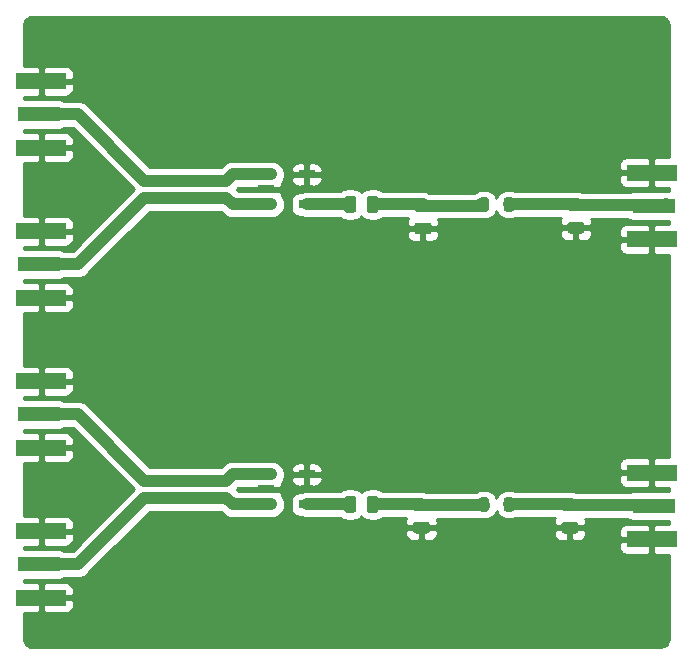
<source format=gbr>
%TF.GenerationSoftware,KiCad,Pcbnew,(5.1.9)-1*%
%TF.CreationDate,2021-02-08T08:19:44-05:00*%
%TF.ProjectId,BalunAndLowPass,42616c75-6e41-46e6-944c-6f7750617373,rev?*%
%TF.SameCoordinates,Original*%
%TF.FileFunction,Copper,L1,Top*%
%TF.FilePolarity,Positive*%
%FSLAX46Y46*%
G04 Gerber Fmt 4.6, Leading zero omitted, Abs format (unit mm)*
G04 Created by KiCad (PCBNEW (5.1.9)-1) date 2021-02-08 08:19:44*
%MOMM*%
%LPD*%
G01*
G04 APERTURE LIST*
%TA.AperFunction,SMDPad,CuDef*%
%ADD10R,1.400000X0.760000*%
%TD*%
%TA.AperFunction,SMDPad,CuDef*%
%ADD11R,4.200000X1.350000*%
%TD*%
%TA.AperFunction,SMDPad,CuDef*%
%ADD12R,3.600000X1.270000*%
%TD*%
%TA.AperFunction,ViaPad*%
%ADD13C,0.800000*%
%TD*%
%TA.AperFunction,Conductor*%
%ADD14C,1.000000*%
%TD*%
%TA.AperFunction,Conductor*%
%ADD15C,0.254000*%
%TD*%
%TA.AperFunction,Conductor*%
%ADD16C,0.100000*%
%TD*%
G04 APERTURE END LIST*
D10*
%TO.P,TR2,5*%
%TO.N,/Q+*%
X71945000Y-69850000D03*
%TO.P,TR2,4*%
%TO.N,GND*%
X71945000Y-68580000D03*
%TO.P,TR2,3*%
%TO.N,/Q-*%
X71945000Y-67310000D03*
%TO.P,TR2,2*%
%TO.N,GND*%
X75375000Y-67310000D03*
%TO.P,TR2,1*%
%TO.N,Net-(CC2-Pad2)*%
X75375000Y-69850000D03*
%TD*%
%TO.P,TR1,5*%
%TO.N,/I+*%
X71945000Y-95250000D03*
%TO.P,TR1,4*%
%TO.N,GND*%
X71945000Y-93980000D03*
%TO.P,TR1,3*%
%TO.N,/I-*%
X71945000Y-92710000D03*
%TO.P,TR1,2*%
%TO.N,GND*%
X75375000Y-92710000D03*
%TO.P,TR1,1*%
%TO.N,Net-(CC1-Pad2)*%
X75375000Y-95250000D03*
%TD*%
%TO.P,L2,2*%
%TO.N,/Q_Single_Ended*%
%TA.AperFunction,SMDPad,CuDef*%
G36*
G01*
X90815000Y-69468750D02*
X90815000Y-70231250D01*
G75*
G02*
X90596250Y-70450000I-218750J0D01*
G01*
X90158750Y-70450000D01*
G75*
G02*
X89940000Y-70231250I0J218750D01*
G01*
X89940000Y-69468750D01*
G75*
G02*
X90158750Y-69250000I218750J0D01*
G01*
X90596250Y-69250000D01*
G75*
G02*
X90815000Y-69468750I0J-218750D01*
G01*
G37*
%TD.AperFunction*%
%TO.P,L2,1*%
%TO.N,/Q_Filtered*%
%TA.AperFunction,SMDPad,CuDef*%
G36*
G01*
X92940000Y-69468750D02*
X92940000Y-70231250D01*
G75*
G02*
X92721250Y-70450000I-218750J0D01*
G01*
X92283750Y-70450000D01*
G75*
G02*
X92065000Y-70231250I0J218750D01*
G01*
X92065000Y-69468750D01*
G75*
G02*
X92283750Y-69250000I218750J0D01*
G01*
X92721250Y-69250000D01*
G75*
G02*
X92940000Y-69468750I0J-218750D01*
G01*
G37*
%TD.AperFunction*%
%TD*%
%TO.P,L1,2*%
%TO.N,/I_Single_Ended*%
%TA.AperFunction,SMDPad,CuDef*%
G36*
G01*
X90815000Y-94868750D02*
X90815000Y-95631250D01*
G75*
G02*
X90596250Y-95850000I-218750J0D01*
G01*
X90158750Y-95850000D01*
G75*
G02*
X89940000Y-95631250I0J218750D01*
G01*
X89940000Y-94868750D01*
G75*
G02*
X90158750Y-94650000I218750J0D01*
G01*
X90596250Y-94650000D01*
G75*
G02*
X90815000Y-94868750I0J-218750D01*
G01*
G37*
%TD.AperFunction*%
%TO.P,L1,1*%
%TO.N,/I_Filtered*%
%TA.AperFunction,SMDPad,CuDef*%
G36*
G01*
X92940000Y-94868750D02*
X92940000Y-95631250D01*
G75*
G02*
X92721250Y-95850000I-218750J0D01*
G01*
X92283750Y-95850000D01*
G75*
G02*
X92065000Y-95631250I0J218750D01*
G01*
X92065000Y-94868750D01*
G75*
G02*
X92283750Y-94650000I218750J0D01*
G01*
X92721250Y-94650000D01*
G75*
G02*
X92940000Y-94868750I0J-218750D01*
G01*
G37*
%TD.AperFunction*%
%TD*%
D11*
%TO.P,J6,3_1*%
%TO.N,GND*%
X104575000Y-92552000D03*
%TO.P,J6,2_1*%
X104575000Y-98202000D03*
D12*
%TO.P,J6,1*%
%TO.N,/I_Filtered*%
X104775000Y-95377000D03*
%TD*%
D11*
%TO.P,J5,3_1*%
%TO.N,GND*%
X104575000Y-67152000D03*
%TO.P,J5,2_1*%
X104575000Y-72802000D03*
D12*
%TO.P,J5,1*%
%TO.N,/Q_Filtered*%
X104775000Y-69977000D03*
%TD*%
D11*
%TO.P,J4,3_1*%
%TO.N,GND*%
X52905000Y-90455000D03*
%TO.P,J4,2_1*%
X52905000Y-84805000D03*
D12*
%TO.P,J4,1*%
%TO.N,/I-*%
X52705000Y-87630000D03*
%TD*%
D11*
%TO.P,J3,3_1*%
%TO.N,GND*%
X52905000Y-103155000D03*
%TO.P,J3,2_1*%
X52905000Y-97505000D03*
D12*
%TO.P,J3,1*%
%TO.N,/I+*%
X52705000Y-100330000D03*
%TD*%
D11*
%TO.P,J2,3_1*%
%TO.N,GND*%
X52905000Y-65055000D03*
%TO.P,J2,2_1*%
X52905000Y-59405000D03*
D12*
%TO.P,J2,1*%
%TO.N,/Q-*%
X52705000Y-62230000D03*
%TD*%
D11*
%TO.P,J1,3_1*%
%TO.N,GND*%
X52905000Y-77755000D03*
%TO.P,J1,2_1*%
X52905000Y-72105000D03*
D12*
%TO.P,J1,1*%
%TO.N,/Q+*%
X52705000Y-74930000D03*
%TD*%
%TO.P,CC2,2*%
%TO.N,Net-(CC2-Pad2)*%
%TA.AperFunction,SMDPad,CuDef*%
G36*
G01*
X79560000Y-69375000D02*
X79560000Y-70325000D01*
G75*
G02*
X79310000Y-70575000I-250000J0D01*
G01*
X78810000Y-70575000D01*
G75*
G02*
X78560000Y-70325000I0J250000D01*
G01*
X78560000Y-69375000D01*
G75*
G02*
X78810000Y-69125000I250000J0D01*
G01*
X79310000Y-69125000D01*
G75*
G02*
X79560000Y-69375000I0J-250000D01*
G01*
G37*
%TD.AperFunction*%
%TO.P,CC2,1*%
%TO.N,/Q_Single_Ended*%
%TA.AperFunction,SMDPad,CuDef*%
G36*
G01*
X81460000Y-69375000D02*
X81460000Y-70325000D01*
G75*
G02*
X81210000Y-70575000I-250000J0D01*
G01*
X80710000Y-70575000D01*
G75*
G02*
X80460000Y-70325000I0J250000D01*
G01*
X80460000Y-69375000D01*
G75*
G02*
X80710000Y-69125000I250000J0D01*
G01*
X81210000Y-69125000D01*
G75*
G02*
X81460000Y-69375000I0J-250000D01*
G01*
G37*
%TD.AperFunction*%
%TD*%
%TO.P,CC1,2*%
%TO.N,Net-(CC1-Pad2)*%
%TA.AperFunction,SMDPad,CuDef*%
G36*
G01*
X79560000Y-94775000D02*
X79560000Y-95725000D01*
G75*
G02*
X79310000Y-95975000I-250000J0D01*
G01*
X78810000Y-95975000D01*
G75*
G02*
X78560000Y-95725000I0J250000D01*
G01*
X78560000Y-94775000D01*
G75*
G02*
X78810000Y-94525000I250000J0D01*
G01*
X79310000Y-94525000D01*
G75*
G02*
X79560000Y-94775000I0J-250000D01*
G01*
G37*
%TD.AperFunction*%
%TO.P,CC1,1*%
%TO.N,/I_Single_Ended*%
%TA.AperFunction,SMDPad,CuDef*%
G36*
G01*
X81460000Y-94775000D02*
X81460000Y-95725000D01*
G75*
G02*
X81210000Y-95975000I-250000J0D01*
G01*
X80710000Y-95975000D01*
G75*
G02*
X80460000Y-95725000I0J250000D01*
G01*
X80460000Y-94775000D01*
G75*
G02*
X80710000Y-94525000I250000J0D01*
G01*
X81210000Y-94525000D01*
G75*
G02*
X81460000Y-94775000I0J-250000D01*
G01*
G37*
%TD.AperFunction*%
%TD*%
%TO.P,C4,2*%
%TO.N,GND*%
%TA.AperFunction,SMDPad,CuDef*%
G36*
G01*
X97696000Y-71316000D02*
X98646000Y-71316000D01*
G75*
G02*
X98896000Y-71566000I0J-250000D01*
G01*
X98896000Y-72066000D01*
G75*
G02*
X98646000Y-72316000I-250000J0D01*
G01*
X97696000Y-72316000D01*
G75*
G02*
X97446000Y-72066000I0J250000D01*
G01*
X97446000Y-71566000D01*
G75*
G02*
X97696000Y-71316000I250000J0D01*
G01*
G37*
%TD.AperFunction*%
%TO.P,C4,1*%
%TO.N,/Q_Filtered*%
%TA.AperFunction,SMDPad,CuDef*%
G36*
G01*
X97696000Y-69416000D02*
X98646000Y-69416000D01*
G75*
G02*
X98896000Y-69666000I0J-250000D01*
G01*
X98896000Y-70166000D01*
G75*
G02*
X98646000Y-70416000I-250000J0D01*
G01*
X97696000Y-70416000D01*
G75*
G02*
X97446000Y-70166000I0J250000D01*
G01*
X97446000Y-69666000D01*
G75*
G02*
X97696000Y-69416000I250000J0D01*
G01*
G37*
%TD.AperFunction*%
%TD*%
%TO.P,C3,2*%
%TO.N,GND*%
%TA.AperFunction,SMDPad,CuDef*%
G36*
G01*
X84742000Y-71377000D02*
X85692000Y-71377000D01*
G75*
G02*
X85942000Y-71627000I0J-250000D01*
G01*
X85942000Y-72127000D01*
G75*
G02*
X85692000Y-72377000I-250000J0D01*
G01*
X84742000Y-72377000D01*
G75*
G02*
X84492000Y-72127000I0J250000D01*
G01*
X84492000Y-71627000D01*
G75*
G02*
X84742000Y-71377000I250000J0D01*
G01*
G37*
%TD.AperFunction*%
%TO.P,C3,1*%
%TO.N,/Q_Single_Ended*%
%TA.AperFunction,SMDPad,CuDef*%
G36*
G01*
X84742000Y-69477000D02*
X85692000Y-69477000D01*
G75*
G02*
X85942000Y-69727000I0J-250000D01*
G01*
X85942000Y-70227000D01*
G75*
G02*
X85692000Y-70477000I-250000J0D01*
G01*
X84742000Y-70477000D01*
G75*
G02*
X84492000Y-70227000I0J250000D01*
G01*
X84492000Y-69727000D01*
G75*
G02*
X84742000Y-69477000I250000J0D01*
G01*
G37*
%TD.AperFunction*%
%TD*%
%TO.P,C2,2*%
%TO.N,GND*%
%TA.AperFunction,SMDPad,CuDef*%
G36*
G01*
X97188000Y-96716000D02*
X98138000Y-96716000D01*
G75*
G02*
X98388000Y-96966000I0J-250000D01*
G01*
X98388000Y-97466000D01*
G75*
G02*
X98138000Y-97716000I-250000J0D01*
G01*
X97188000Y-97716000D01*
G75*
G02*
X96938000Y-97466000I0J250000D01*
G01*
X96938000Y-96966000D01*
G75*
G02*
X97188000Y-96716000I250000J0D01*
G01*
G37*
%TD.AperFunction*%
%TO.P,C2,1*%
%TO.N,/I_Filtered*%
%TA.AperFunction,SMDPad,CuDef*%
G36*
G01*
X97188000Y-94816000D02*
X98138000Y-94816000D01*
G75*
G02*
X98388000Y-95066000I0J-250000D01*
G01*
X98388000Y-95566000D01*
G75*
G02*
X98138000Y-95816000I-250000J0D01*
G01*
X97188000Y-95816000D01*
G75*
G02*
X96938000Y-95566000I0J250000D01*
G01*
X96938000Y-95066000D01*
G75*
G02*
X97188000Y-94816000I250000J0D01*
G01*
G37*
%TD.AperFunction*%
%TD*%
%TO.P,C1,2*%
%TO.N,GND*%
%TA.AperFunction,SMDPad,CuDef*%
G36*
G01*
X84615000Y-96716000D02*
X85565000Y-96716000D01*
G75*
G02*
X85815000Y-96966000I0J-250000D01*
G01*
X85815000Y-97466000D01*
G75*
G02*
X85565000Y-97716000I-250000J0D01*
G01*
X84615000Y-97716000D01*
G75*
G02*
X84365000Y-97466000I0J250000D01*
G01*
X84365000Y-96966000D01*
G75*
G02*
X84615000Y-96716000I250000J0D01*
G01*
G37*
%TD.AperFunction*%
%TO.P,C1,1*%
%TO.N,/I_Single_Ended*%
%TA.AperFunction,SMDPad,CuDef*%
G36*
G01*
X84615000Y-94816000D02*
X85565000Y-94816000D01*
G75*
G02*
X85815000Y-95066000I0J-250000D01*
G01*
X85815000Y-95566000D01*
G75*
G02*
X85565000Y-95816000I-250000J0D01*
G01*
X84615000Y-95816000D01*
G75*
G02*
X84365000Y-95566000I0J250000D01*
G01*
X84365000Y-95066000D01*
G75*
G02*
X84615000Y-94816000I250000J0D01*
G01*
G37*
%TD.AperFunction*%
%TD*%
D13*
%TO.N,GND*%
X52248550Y-55431876D03*
X52248550Y-67431876D03*
X52248550Y-80431876D03*
X52248550Y-93431876D03*
X52248550Y-105431876D03*
X53248550Y-69431876D03*
X53248550Y-82431876D03*
X54248550Y-56431876D03*
X54248550Y-94431876D03*
X54248550Y-106431876D03*
X55248550Y-67431876D03*
X55248550Y-80431876D03*
X56248550Y-55431876D03*
X56248550Y-69431876D03*
X56248550Y-82431876D03*
X56248550Y-93431876D03*
X56248550Y-105431876D03*
X57248550Y-57431876D03*
X57248550Y-60431876D03*
X57248550Y-66431876D03*
X57248550Y-76431876D03*
X57248550Y-79431876D03*
X57248550Y-84431876D03*
X57248550Y-95431876D03*
X57248550Y-102431876D03*
X58248550Y-68431876D03*
X58248550Y-81431876D03*
X58248550Y-86431876D03*
X58248550Y-104431876D03*
X59248550Y-55431876D03*
X59248550Y-58431876D03*
X59248550Y-61431876D03*
X59248550Y-75431876D03*
X59248550Y-78431876D03*
X59248550Y-83431876D03*
X59248550Y-100431876D03*
X59248550Y-106431876D03*
X60248550Y-63431876D03*
X60248550Y-80431876D03*
X60248550Y-85431876D03*
X60248550Y-88431876D03*
X60248550Y-102431876D03*
X61248550Y-56431876D03*
X61248550Y-59431876D03*
X61248550Y-73431876D03*
X61248550Y-76431876D03*
X61248550Y-82431876D03*
X61248550Y-98431876D03*
X61248550Y-104431876D03*
X62248550Y-61431876D03*
X62248550Y-64431876D03*
X62248550Y-78431876D03*
X62248550Y-84431876D03*
X62248550Y-87431876D03*
X62248550Y-90431876D03*
X62248550Y-100431876D03*
X62248550Y-106431876D03*
X63248550Y-55431876D03*
X63248550Y-58431876D03*
X63248550Y-71431876D03*
X63248550Y-74431876D03*
X63248550Y-80431876D03*
X63248550Y-96431876D03*
X63248550Y-102431876D03*
X64248550Y-60431876D03*
X64248550Y-63431876D03*
X64248550Y-76431876D03*
X64248550Y-82431876D03*
X64248550Y-85431876D03*
X64248550Y-88431876D03*
X64248550Y-91431876D03*
X64248550Y-98431876D03*
X64248550Y-104431876D03*
X65248550Y-56431876D03*
X65248550Y-65431876D03*
X65248550Y-72431876D03*
X65248550Y-78431876D03*
X65248550Y-100431876D03*
X65248550Y-106431876D03*
X66248550Y-58431876D03*
X66248550Y-61431876D03*
X66248550Y-74431876D03*
X66248550Y-80431876D03*
X66248550Y-83431876D03*
X66248550Y-86431876D03*
X66248550Y-89431876D03*
X66248550Y-96431876D03*
X66248550Y-102431876D03*
X67248550Y-55431876D03*
X67248550Y-63431876D03*
X67248550Y-71431876D03*
X67248550Y-76431876D03*
X67248550Y-91431876D03*
X67248550Y-98431876D03*
X67248550Y-104431876D03*
X68248550Y-57431876D03*
X68248550Y-60431876D03*
X68248550Y-65431876D03*
X68248550Y-73431876D03*
X68248550Y-78431876D03*
X68248550Y-81431876D03*
X68248550Y-84431876D03*
X68248550Y-87431876D03*
X68248550Y-100431876D03*
X68248550Y-106431876D03*
X69248550Y-62431876D03*
X69248550Y-75431876D03*
X69248550Y-89431876D03*
X69248550Y-97431876D03*
X69248550Y-102431876D03*
X70248550Y-55431876D03*
X70248550Y-58431876D03*
X70248550Y-64431876D03*
X70248550Y-71431876D03*
X70248550Y-77431876D03*
X70248550Y-80431876D03*
X70248550Y-83431876D03*
X70248550Y-86431876D03*
X70248550Y-99431876D03*
X70248550Y-104431876D03*
X71248550Y-60431876D03*
X71248550Y-73431876D03*
X71248550Y-88431876D03*
X71248550Y-101431876D03*
X71248550Y-106431876D03*
X72248550Y-56431876D03*
X72248550Y-62431876D03*
X72248550Y-65431876D03*
X72248550Y-75431876D03*
X72248550Y-78431876D03*
X72248550Y-81431876D03*
X72248550Y-84431876D03*
X72248550Y-90431876D03*
X72248550Y-97431876D03*
X72248550Y-103431876D03*
X73248550Y-58431876D03*
X73248550Y-71431876D03*
X73248550Y-86431876D03*
X73248550Y-99431876D03*
X73248550Y-105431876D03*
X74248550Y-55431876D03*
X74248550Y-60431876D03*
X74248550Y-63431876D03*
X74248550Y-73431876D03*
X74248550Y-76431876D03*
X74248550Y-79431876D03*
X74248550Y-82431876D03*
X74248550Y-88431876D03*
X74248550Y-101431876D03*
X75248550Y-57431876D03*
X75248550Y-65431876D03*
X75248550Y-84431876D03*
X75248550Y-90431876D03*
X75248550Y-97431876D03*
X75248550Y-103431876D03*
X75248550Y-106431876D03*
X76248550Y-59431876D03*
X76248550Y-62431876D03*
X76248550Y-71431876D03*
X76248550Y-74431876D03*
X76248550Y-77431876D03*
X76248550Y-80431876D03*
X76248550Y-86431876D03*
X76248550Y-99431876D03*
X77248550Y-55431876D03*
X77248550Y-64431876D03*
X77248550Y-67431876D03*
X77248550Y-82431876D03*
X77248550Y-88431876D03*
X77248550Y-91431876D03*
X77248550Y-101431876D03*
X77248550Y-104431876D03*
X78248550Y-57431876D03*
X78248550Y-60431876D03*
X78248550Y-72431876D03*
X78248550Y-75431876D03*
X78248550Y-78431876D03*
X78248550Y-84431876D03*
X78248550Y-93431876D03*
X78248550Y-97431876D03*
X78248550Y-106431876D03*
X79248550Y-62431876D03*
X79248550Y-65431876D03*
X79248550Y-80431876D03*
X79248550Y-86431876D03*
X79248550Y-89431876D03*
X79248550Y-99431876D03*
X79248550Y-102431876D03*
X80248550Y-55431876D03*
X80248550Y-58431876D03*
X80248550Y-67431876D03*
X80248550Y-73431876D03*
X80248550Y-76431876D03*
X80248550Y-82431876D03*
X80248550Y-91431876D03*
X80248550Y-104431876D03*
X81248550Y-60431876D03*
X81248550Y-63431876D03*
X81248550Y-78431876D03*
X81248550Y-84431876D03*
X81248550Y-87431876D03*
X81248550Y-93431876D03*
X81248550Y-97431876D03*
X81248550Y-100431876D03*
X81248550Y-106431876D03*
X82248550Y-56431876D03*
X82248550Y-65431876D03*
X82248550Y-72431876D03*
X82248550Y-75431876D03*
X82248550Y-80431876D03*
X82248550Y-89431876D03*
X82248550Y-102431876D03*
X83248550Y-58431876D03*
X83248550Y-61431876D03*
X83248550Y-67431876D03*
X83248550Y-77431876D03*
X83248550Y-82431876D03*
X83248550Y-85431876D03*
X83248550Y-91431876D03*
X83248550Y-98431876D03*
X83248550Y-104431876D03*
X84248550Y-55431876D03*
X84248550Y-63431876D03*
X84248550Y-73431876D03*
X84248550Y-79431876D03*
X84248550Y-87431876D03*
X84248550Y-93431876D03*
X84248550Y-100431876D03*
X84248550Y-106431876D03*
X85248550Y-57431876D03*
X85248550Y-60431876D03*
X85248550Y-65431876D03*
X85248550Y-68431876D03*
X85248550Y-75431876D03*
X85248550Y-81431876D03*
X85248550Y-84431876D03*
X85248550Y-89431876D03*
X85248550Y-102431876D03*
X86248550Y-62431876D03*
X86248550Y-77431876D03*
X86248550Y-86431876D03*
X86248550Y-91431876D03*
X86248550Y-99431876D03*
X86248550Y-104431876D03*
X87248550Y-55431876D03*
X87248550Y-58431876D03*
X87248550Y-64431876D03*
X87248550Y-67431876D03*
X87248550Y-71431876D03*
X87248550Y-74431876D03*
X87248550Y-79431876D03*
X87248550Y-82431876D03*
X87248550Y-88431876D03*
X87248550Y-93431876D03*
X87248550Y-97431876D03*
X87248550Y-101431876D03*
X87248550Y-106431876D03*
X88248550Y-60431876D03*
X88248550Y-76431876D03*
X88248550Y-84431876D03*
X88248550Y-90431876D03*
X88248550Y-103431876D03*
X89248550Y-56431876D03*
X89248550Y-62431876D03*
X89248550Y-65431876D03*
X89248550Y-68431876D03*
X89248550Y-72431876D03*
X89248550Y-78431876D03*
X89248550Y-81431876D03*
X89248550Y-86431876D03*
X89248550Y-92431876D03*
X89248550Y-98431876D03*
X89248550Y-105431876D03*
X90248550Y-58431876D03*
X90248550Y-74431876D03*
X90248550Y-83431876D03*
X90248550Y-88431876D03*
X90248550Y-100431876D03*
X91248550Y-55431876D03*
X91248550Y-60431876D03*
X91248550Y-63431876D03*
X91248550Y-66431876D03*
X91248550Y-71431876D03*
X91248550Y-76431876D03*
X91248550Y-79431876D03*
X91248550Y-85431876D03*
X91248550Y-90431876D03*
X91248550Y-93431876D03*
X91248550Y-97431876D03*
X91248550Y-102431876D03*
X91248550Y-106431876D03*
X92248550Y-57431876D03*
X92248550Y-73431876D03*
X92248550Y-81431876D03*
X92248550Y-87431876D03*
X92248550Y-99431876D03*
X92248550Y-104431876D03*
X93248550Y-59431876D03*
X93248550Y-62431876D03*
X93248550Y-65431876D03*
X93248550Y-75431876D03*
X93248550Y-78431876D03*
X93248550Y-83431876D03*
X93248550Y-89431876D03*
X93248550Y-92431876D03*
X93248550Y-101431876D03*
X94248550Y-55431876D03*
X94248550Y-67431876D03*
X94248550Y-71431876D03*
X94248550Y-80431876D03*
X94248550Y-85431876D03*
X94248550Y-97431876D03*
X94248550Y-103431876D03*
X94248550Y-106431876D03*
X95248550Y-57431876D03*
X95248550Y-60431876D03*
X95248550Y-63431876D03*
X95248550Y-73431876D03*
X95248550Y-76431876D03*
X95248550Y-82431876D03*
X95248550Y-87431876D03*
X95248550Y-90431876D03*
X95248550Y-93431876D03*
X95248550Y-99431876D03*
X96248550Y-65431876D03*
X96248550Y-68431876D03*
X96248550Y-78431876D03*
X96248550Y-84431876D03*
X96248550Y-101431876D03*
X96248550Y-104431876D03*
X97248550Y-55431876D03*
X97248550Y-58431876D03*
X97248550Y-61431876D03*
X97248550Y-74431876D03*
X97248550Y-80431876D03*
X97248550Y-86431876D03*
X97248550Y-89431876D03*
X97248550Y-92431876D03*
X97248550Y-106431876D03*
X98248550Y-63431876D03*
X98248550Y-66431876D03*
X98248550Y-76431876D03*
X98248550Y-82431876D03*
X98248550Y-99431876D03*
X98248550Y-102431876D03*
X99248550Y-56431876D03*
X99248550Y-59431876D03*
X99248550Y-68431876D03*
X99248550Y-73431876D03*
X99248550Y-78431876D03*
X99248550Y-84431876D03*
X99248550Y-87431876D03*
X99248550Y-90431876D03*
X99248550Y-93431876D03*
X99248550Y-104431876D03*
X100248550Y-61431876D03*
X100248550Y-64431876D03*
X100248550Y-71431876D03*
X100248550Y-75431876D03*
X100248550Y-80431876D03*
X100248550Y-97431876D03*
X100248550Y-100431876D03*
X100248550Y-106431876D03*
X101248550Y-55431876D03*
X101248550Y-58431876D03*
X101248550Y-66431876D03*
X101248550Y-77431876D03*
X101248550Y-82431876D03*
X101248550Y-85431876D03*
X101248550Y-88431876D03*
X101248550Y-102431876D03*
X102248550Y-60431876D03*
X102248550Y-63431876D03*
X102248550Y-79431876D03*
X102248550Y-104431876D03*
X103248550Y-56431876D03*
X103248550Y-75431876D03*
X103248550Y-81431876D03*
X103248550Y-84431876D03*
X103248550Y-87431876D03*
X103248550Y-100431876D03*
X103248550Y-106431876D03*
X104248550Y-58431876D03*
X104248550Y-61431876D03*
X104248550Y-64431876D03*
X104248550Y-77431876D03*
X104248550Y-89431876D03*
X104248550Y-102431876D03*
X105248550Y-55431876D03*
X105248550Y-79431876D03*
X105248550Y-82431876D03*
X105248550Y-85431876D03*
X105248550Y-104431876D03*
%TD*%
D14*
%TO.N,/I_Single_Ended*%
X80960000Y-95250000D02*
X85090000Y-95250000D01*
X85090000Y-95316000D02*
X90358000Y-95316000D01*
X90358000Y-95316000D02*
X90419000Y-95377000D01*
%TO.N,/I_Filtered*%
X92502500Y-95250000D02*
X97790000Y-95250000D01*
X97663000Y-95316000D02*
X105217000Y-95316000D01*
X105217000Y-95316000D02*
X105278000Y-95377000D01*
%TO.N,/Q_Single_Ended*%
X80960000Y-69850000D02*
X85217000Y-69850000D01*
X85217000Y-69977000D02*
X90043000Y-69977000D01*
X90043000Y-69977000D02*
X90170000Y-69850000D01*
%TO.N,/Q_Filtered*%
X93518500Y-69850000D02*
X98298000Y-69850000D01*
X98171000Y-69916000D02*
X105725000Y-69916000D01*
X105725000Y-69916000D02*
X105791000Y-69850000D01*
X92502500Y-69850000D02*
X93518500Y-69850000D01*
%TO.N,Net-(CC1-Pad2)*%
X75375000Y-95250000D02*
X78740000Y-95250000D01*
%TO.N,Net-(CC2-Pad2)*%
X75375000Y-69850000D02*
X78994000Y-69850000D01*
%TO.N,/Q+*%
X56040001Y-74930000D02*
X61640001Y-69330000D01*
X53340000Y-74930000D02*
X56040001Y-74930000D01*
X61640001Y-69330000D02*
X68580000Y-69330000D01*
X68580000Y-69330000D02*
X69100000Y-69850000D01*
X69100000Y-69850000D02*
X72390000Y-69850000D01*
X52705000Y-74930000D02*
X52070000Y-74930000D01*
%TO.N,/Q-*%
X56040001Y-62230000D02*
X61640001Y-67830000D01*
X61640001Y-67830000D02*
X68580000Y-67830000D01*
X68580000Y-67830000D02*
X69100000Y-67310000D01*
X69100000Y-67310000D02*
X72390000Y-67310000D01*
X54610000Y-62230000D02*
X52070000Y-62230000D01*
X53340000Y-62230000D02*
X54610000Y-62230000D01*
X54610000Y-62230000D02*
X56040001Y-62230000D01*
X52070000Y-62230000D02*
X51525010Y-62230000D01*
%TO.N,/I+*%
X56040001Y-100330000D02*
X61640001Y-94730000D01*
X53340000Y-100330000D02*
X56040001Y-100330000D01*
X61640001Y-94730000D02*
X68580000Y-94730000D01*
X68580000Y-94730000D02*
X69100000Y-95250000D01*
X69100000Y-95250000D02*
X72390000Y-95250000D01*
X52705000Y-100330000D02*
X51525010Y-100330000D01*
%TO.N,/I-*%
X56040001Y-87630000D02*
X61640001Y-93230000D01*
X53340000Y-87630000D02*
X56040001Y-87630000D01*
X61640001Y-93230000D02*
X68580000Y-93230000D01*
X68580000Y-93230000D02*
X69100000Y-92710000D01*
X69100000Y-92710000D02*
X72390000Y-92710000D01*
X52705000Y-87630000D02*
X52070000Y-87630000D01*
X52070000Y-87630000D02*
X51525010Y-87630000D01*
%TD*%
D15*
%TO.N,GND*%
X105527869Y-54014722D02*
X105641246Y-54048953D01*
X105745819Y-54104555D01*
X105837596Y-54179407D01*
X105913091Y-54270664D01*
X105969419Y-54374844D01*
X106004440Y-54487976D01*
X106020000Y-54636022D01*
X106020000Y-65840037D01*
X104860750Y-65842000D01*
X104702000Y-66000750D01*
X104702000Y-67025000D01*
X104722000Y-67025000D01*
X104722000Y-67279000D01*
X104702000Y-67279000D01*
X104702000Y-68303250D01*
X104860750Y-68462000D01*
X106020000Y-68463963D01*
X106020000Y-68703928D01*
X102975000Y-68703928D01*
X102850518Y-68716188D01*
X102730820Y-68752498D01*
X102677497Y-68781000D01*
X98683931Y-68781000D01*
X98520499Y-68731423D01*
X98353752Y-68715000D01*
X93119954Y-68715000D01*
X93049142Y-68677150D01*
X92888408Y-68628392D01*
X92721250Y-68611928D01*
X92283750Y-68611928D01*
X92116592Y-68628392D01*
X91955858Y-68677150D01*
X91807725Y-68756329D01*
X91677885Y-68862885D01*
X91571329Y-68992725D01*
X91492150Y-69140858D01*
X91443392Y-69301592D01*
X91440000Y-69336031D01*
X91436608Y-69301592D01*
X91387850Y-69140858D01*
X91308671Y-68992725D01*
X91202115Y-68862885D01*
X91072275Y-68756329D01*
X90924142Y-68677150D01*
X90763408Y-68628392D01*
X90596250Y-68611928D01*
X90158750Y-68611928D01*
X89991592Y-68628392D01*
X89830858Y-68677150D01*
X89682725Y-68756329D01*
X89578334Y-68842000D01*
X85738901Y-68842000D01*
X85653447Y-68796324D01*
X85439499Y-68731423D01*
X85272752Y-68715000D01*
X81798923Y-68715000D01*
X81703386Y-68636595D01*
X81549850Y-68554528D01*
X81383254Y-68503992D01*
X81210000Y-68486928D01*
X80710000Y-68486928D01*
X80536746Y-68503992D01*
X80370150Y-68554528D01*
X80216614Y-68636595D01*
X80082038Y-68747038D01*
X80010000Y-68834817D01*
X79937962Y-68747038D01*
X79803386Y-68636595D01*
X79649850Y-68554528D01*
X79483254Y-68503992D01*
X79310000Y-68486928D01*
X78810000Y-68486928D01*
X78636746Y-68503992D01*
X78470150Y-68554528D01*
X78316614Y-68636595D01*
X78221077Y-68715000D01*
X75319248Y-68715000D01*
X75152501Y-68731423D01*
X74938553Y-68796324D01*
X74871942Y-68831928D01*
X74675000Y-68831928D01*
X74550518Y-68844188D01*
X74430820Y-68880498D01*
X74320506Y-68939463D01*
X74223815Y-69018815D01*
X74144463Y-69115506D01*
X74085498Y-69225820D01*
X74049188Y-69345518D01*
X74036928Y-69470000D01*
X74036928Y-70230000D01*
X74049188Y-70354482D01*
X74085498Y-70474180D01*
X74144463Y-70584494D01*
X74223815Y-70681185D01*
X74320506Y-70760537D01*
X74430820Y-70819502D01*
X74550518Y-70855812D01*
X74675000Y-70868072D01*
X74871942Y-70868072D01*
X74938553Y-70903676D01*
X75152501Y-70968577D01*
X75319248Y-70985000D01*
X78221077Y-70985000D01*
X78316614Y-71063405D01*
X78470150Y-71145472D01*
X78636746Y-71196008D01*
X78810000Y-71213072D01*
X79310000Y-71213072D01*
X79483254Y-71196008D01*
X79649850Y-71145472D01*
X79803386Y-71063405D01*
X79937962Y-70952962D01*
X80010000Y-70865183D01*
X80082038Y-70952962D01*
X80216614Y-71063405D01*
X80370150Y-71145472D01*
X80536746Y-71196008D01*
X80710000Y-71213072D01*
X81210000Y-71213072D01*
X81383254Y-71196008D01*
X81549850Y-71145472D01*
X81703386Y-71063405D01*
X81798923Y-70985000D01*
X83992243Y-70985000D01*
X83961463Y-71022506D01*
X83902498Y-71132820D01*
X83866188Y-71252518D01*
X83853928Y-71377000D01*
X83857000Y-71591250D01*
X84015750Y-71750000D01*
X85090000Y-71750000D01*
X85090000Y-71730000D01*
X85344000Y-71730000D01*
X85344000Y-71750000D01*
X86418250Y-71750000D01*
X86577000Y-71591250D01*
X86580072Y-71377000D01*
X86567812Y-71252518D01*
X86531502Y-71132820D01*
X86520373Y-71112000D01*
X89987249Y-71112000D01*
X90043000Y-71117491D01*
X90098751Y-71112000D01*
X90098752Y-71112000D01*
X90265499Y-71095577D01*
X90290239Y-71088072D01*
X90596250Y-71088072D01*
X90763408Y-71071608D01*
X90924142Y-71022850D01*
X91072275Y-70943671D01*
X91202115Y-70837115D01*
X91308671Y-70707275D01*
X91387850Y-70559142D01*
X91436608Y-70398408D01*
X91440000Y-70363969D01*
X91443392Y-70398408D01*
X91492150Y-70559142D01*
X91571329Y-70707275D01*
X91677885Y-70837115D01*
X91807725Y-70943671D01*
X91955858Y-71022850D01*
X92116592Y-71071608D01*
X92283750Y-71088072D01*
X92721250Y-71088072D01*
X92888408Y-71071608D01*
X93049142Y-71022850D01*
X93119954Y-70985000D01*
X96902905Y-70985000D01*
X96856498Y-71071820D01*
X96820188Y-71191518D01*
X96807928Y-71316000D01*
X96811000Y-71530250D01*
X96969750Y-71689000D01*
X98044000Y-71689000D01*
X98044000Y-71669000D01*
X98298000Y-71669000D01*
X98298000Y-71689000D01*
X99372250Y-71689000D01*
X99531000Y-71530250D01*
X99534072Y-71316000D01*
X99521812Y-71191518D01*
X99485502Y-71071820D01*
X99474373Y-71051000D01*
X102513815Y-71051000D01*
X102523815Y-71063185D01*
X102620506Y-71142537D01*
X102730820Y-71201502D01*
X102850518Y-71237812D01*
X102975000Y-71250072D01*
X106020000Y-71250072D01*
X106020000Y-71490037D01*
X104860750Y-71492000D01*
X104702000Y-71650750D01*
X104702000Y-72675000D01*
X104722000Y-72675000D01*
X104722000Y-72929000D01*
X104702000Y-72929000D01*
X104702000Y-73953250D01*
X104860750Y-74112000D01*
X106020000Y-74113963D01*
X106020001Y-91240037D01*
X104860750Y-91242000D01*
X104702000Y-91400750D01*
X104702000Y-92425000D01*
X104722000Y-92425000D01*
X104722000Y-92679000D01*
X104702000Y-92679000D01*
X104702000Y-93703250D01*
X104860750Y-93862000D01*
X106020001Y-93863963D01*
X106020001Y-94103928D01*
X102975000Y-94103928D01*
X102850518Y-94116188D01*
X102730820Y-94152498D01*
X102677497Y-94181000D01*
X98175931Y-94181000D01*
X98012499Y-94131423D01*
X97845752Y-94115000D01*
X93119954Y-94115000D01*
X93049142Y-94077150D01*
X92888408Y-94028392D01*
X92721250Y-94011928D01*
X92283750Y-94011928D01*
X92116592Y-94028392D01*
X91955858Y-94077150D01*
X91807725Y-94156329D01*
X91677885Y-94262885D01*
X91571329Y-94392725D01*
X91492150Y-94540858D01*
X91443392Y-94701592D01*
X91440000Y-94736031D01*
X91436608Y-94701592D01*
X91387850Y-94540858D01*
X91308671Y-94392725D01*
X91202115Y-94262885D01*
X91072275Y-94156329D01*
X90924142Y-94077150D01*
X90763408Y-94028392D01*
X90596250Y-94011928D01*
X90158750Y-94011928D01*
X89991592Y-94028392D01*
X89830858Y-94077150D01*
X89682725Y-94156329D01*
X89652663Y-94181000D01*
X85596191Y-94181000D01*
X85565000Y-94177928D01*
X85465804Y-94177928D01*
X85312499Y-94131423D01*
X85145752Y-94115000D01*
X81798923Y-94115000D01*
X81703386Y-94036595D01*
X81549850Y-93954528D01*
X81383254Y-93903992D01*
X81210000Y-93886928D01*
X80710000Y-93886928D01*
X80536746Y-93903992D01*
X80370150Y-93954528D01*
X80216614Y-94036595D01*
X80082038Y-94147038D01*
X80010000Y-94234817D01*
X79937962Y-94147038D01*
X79803386Y-94036595D01*
X79649850Y-93954528D01*
X79483254Y-93903992D01*
X79310000Y-93886928D01*
X78810000Y-93886928D01*
X78636746Y-93903992D01*
X78470150Y-93954528D01*
X78316614Y-94036595D01*
X78221077Y-94115000D01*
X75319248Y-94115000D01*
X75152501Y-94131423D01*
X74938553Y-94196324D01*
X74871942Y-94231928D01*
X74675000Y-94231928D01*
X74550518Y-94244188D01*
X74430820Y-94280498D01*
X74320506Y-94339463D01*
X74223815Y-94418815D01*
X74144463Y-94515506D01*
X74085498Y-94625820D01*
X74049188Y-94745518D01*
X74036928Y-94870000D01*
X74036928Y-95630000D01*
X74049188Y-95754482D01*
X74085498Y-95874180D01*
X74144463Y-95984494D01*
X74223815Y-96081185D01*
X74320506Y-96160537D01*
X74430820Y-96219502D01*
X74550518Y-96255812D01*
X74675000Y-96268072D01*
X74871942Y-96268072D01*
X74938553Y-96303676D01*
X75152501Y-96368577D01*
X75319248Y-96385000D01*
X78221077Y-96385000D01*
X78316614Y-96463405D01*
X78470150Y-96545472D01*
X78636746Y-96596008D01*
X78810000Y-96613072D01*
X79310000Y-96613072D01*
X79483254Y-96596008D01*
X79649850Y-96545472D01*
X79803386Y-96463405D01*
X79937962Y-96352962D01*
X80010000Y-96265183D01*
X80082038Y-96352962D01*
X80216614Y-96463405D01*
X80370150Y-96545472D01*
X80536746Y-96596008D01*
X80710000Y-96613072D01*
X81210000Y-96613072D01*
X81383254Y-96596008D01*
X81549850Y-96545472D01*
X81703386Y-96463405D01*
X81798923Y-96385000D01*
X83821905Y-96385000D01*
X83775498Y-96471820D01*
X83739188Y-96591518D01*
X83726928Y-96716000D01*
X83730000Y-96930250D01*
X83888750Y-97089000D01*
X84963000Y-97089000D01*
X84963000Y-97069000D01*
X85217000Y-97069000D01*
X85217000Y-97089000D01*
X86291250Y-97089000D01*
X86450000Y-96930250D01*
X86453072Y-96716000D01*
X86440812Y-96591518D01*
X86404502Y-96471820D01*
X86393373Y-96451000D01*
X89923656Y-96451000D01*
X89991592Y-96471608D01*
X90158750Y-96488072D01*
X90171762Y-96488072D01*
X90196502Y-96495577D01*
X90418999Y-96517491D01*
X90641498Y-96495577D01*
X90699889Y-96477864D01*
X90763408Y-96471608D01*
X90924142Y-96422850D01*
X91072275Y-96343671D01*
X91202115Y-96237115D01*
X91308671Y-96107275D01*
X91347352Y-96034907D01*
X91367283Y-96010622D01*
X91456904Y-95842953D01*
X91492150Y-95959142D01*
X91571329Y-96107275D01*
X91677885Y-96237115D01*
X91807725Y-96343671D01*
X91955858Y-96422850D01*
X92116592Y-96471608D01*
X92283750Y-96488072D01*
X92721250Y-96488072D01*
X92888408Y-96471608D01*
X93049142Y-96422850D01*
X93119954Y-96385000D01*
X96394905Y-96385000D01*
X96348498Y-96471820D01*
X96312188Y-96591518D01*
X96299928Y-96716000D01*
X96303000Y-96930250D01*
X96461750Y-97089000D01*
X97536000Y-97089000D01*
X97536000Y-97069000D01*
X97790000Y-97069000D01*
X97790000Y-97089000D01*
X98864250Y-97089000D01*
X99023000Y-96930250D01*
X99026072Y-96716000D01*
X99013812Y-96591518D01*
X98977502Y-96471820D01*
X98966373Y-96451000D01*
X102513815Y-96451000D01*
X102523815Y-96463185D01*
X102620506Y-96542537D01*
X102730820Y-96601502D01*
X102850518Y-96637812D01*
X102975000Y-96650072D01*
X106020001Y-96650072D01*
X106020001Y-96890037D01*
X104860750Y-96892000D01*
X104702000Y-97050750D01*
X104702000Y-98075000D01*
X104722000Y-98075000D01*
X104722000Y-98329000D01*
X104702000Y-98329000D01*
X104702000Y-99353250D01*
X104860750Y-99512000D01*
X106020001Y-99513963D01*
X106020001Y-106647711D01*
X106005278Y-106797869D01*
X105971047Y-106911246D01*
X105915446Y-107015817D01*
X105840594Y-107107595D01*
X105749335Y-107183091D01*
X105645160Y-107239419D01*
X105532024Y-107274440D01*
X105383979Y-107290000D01*
X52102279Y-107290000D01*
X51952131Y-107275278D01*
X51838754Y-107241047D01*
X51734183Y-107185446D01*
X51642405Y-107110594D01*
X51566909Y-107019335D01*
X51510581Y-106915160D01*
X51475560Y-106802024D01*
X51460000Y-106653979D01*
X51460000Y-104466963D01*
X52619250Y-104465000D01*
X52778000Y-104306250D01*
X52778000Y-103282000D01*
X53032000Y-103282000D01*
X53032000Y-104306250D01*
X53190750Y-104465000D01*
X55005000Y-104468072D01*
X55129482Y-104455812D01*
X55249180Y-104419502D01*
X55359494Y-104360537D01*
X55456185Y-104281185D01*
X55535537Y-104184494D01*
X55594502Y-104074180D01*
X55630812Y-103954482D01*
X55643072Y-103830000D01*
X55640000Y-103440750D01*
X55481250Y-103282000D01*
X53032000Y-103282000D01*
X52778000Y-103282000D01*
X52758000Y-103282000D01*
X52758000Y-103028000D01*
X52778000Y-103028000D01*
X52778000Y-102003750D01*
X53032000Y-102003750D01*
X53032000Y-103028000D01*
X55481250Y-103028000D01*
X55640000Y-102869250D01*
X55643072Y-102480000D01*
X55630812Y-102355518D01*
X55594502Y-102235820D01*
X55535537Y-102125506D01*
X55456185Y-102028815D01*
X55359494Y-101949463D01*
X55249180Y-101890498D01*
X55129482Y-101854188D01*
X55005000Y-101841928D01*
X53190750Y-101845000D01*
X53032000Y-102003750D01*
X52778000Y-102003750D01*
X52619250Y-101845000D01*
X51460000Y-101843037D01*
X51460000Y-101603072D01*
X54505000Y-101603072D01*
X54629482Y-101590812D01*
X54749180Y-101554502D01*
X54859494Y-101495537D01*
X54896704Y-101465000D01*
X55984250Y-101465000D01*
X56040001Y-101470491D01*
X56095752Y-101465000D01*
X56095753Y-101465000D01*
X56262500Y-101448577D01*
X56476448Y-101383676D01*
X56673624Y-101278284D01*
X56846450Y-101136449D01*
X56881997Y-101093135D01*
X59098132Y-98877000D01*
X101836928Y-98877000D01*
X101849188Y-99001482D01*
X101885498Y-99121180D01*
X101944463Y-99231494D01*
X102023815Y-99328185D01*
X102120506Y-99407537D01*
X102230820Y-99466502D01*
X102350518Y-99502812D01*
X102475000Y-99515072D01*
X104289250Y-99512000D01*
X104448000Y-99353250D01*
X104448000Y-98329000D01*
X101998750Y-98329000D01*
X101840000Y-98487750D01*
X101836928Y-98877000D01*
X59098132Y-98877000D01*
X60259132Y-97716000D01*
X83726928Y-97716000D01*
X83739188Y-97840482D01*
X83775498Y-97960180D01*
X83834463Y-98070494D01*
X83913815Y-98167185D01*
X84010506Y-98246537D01*
X84120820Y-98305502D01*
X84240518Y-98341812D01*
X84365000Y-98354072D01*
X84804250Y-98351000D01*
X84963000Y-98192250D01*
X84963000Y-97343000D01*
X85217000Y-97343000D01*
X85217000Y-98192250D01*
X85375750Y-98351000D01*
X85815000Y-98354072D01*
X85939482Y-98341812D01*
X86059180Y-98305502D01*
X86169494Y-98246537D01*
X86266185Y-98167185D01*
X86345537Y-98070494D01*
X86404502Y-97960180D01*
X86440812Y-97840482D01*
X86453072Y-97716000D01*
X96299928Y-97716000D01*
X96312188Y-97840482D01*
X96348498Y-97960180D01*
X96407463Y-98070494D01*
X96486815Y-98167185D01*
X96583506Y-98246537D01*
X96693820Y-98305502D01*
X96813518Y-98341812D01*
X96938000Y-98354072D01*
X97377250Y-98351000D01*
X97536000Y-98192250D01*
X97536000Y-97343000D01*
X97790000Y-97343000D01*
X97790000Y-98192250D01*
X97948750Y-98351000D01*
X98388000Y-98354072D01*
X98512482Y-98341812D01*
X98632180Y-98305502D01*
X98742494Y-98246537D01*
X98839185Y-98167185D01*
X98918537Y-98070494D01*
X98977502Y-97960180D01*
X99013812Y-97840482D01*
X99026072Y-97716000D01*
X99023363Y-97527000D01*
X101836928Y-97527000D01*
X101840000Y-97916250D01*
X101998750Y-98075000D01*
X104448000Y-98075000D01*
X104448000Y-97050750D01*
X104289250Y-96892000D01*
X102475000Y-96888928D01*
X102350518Y-96901188D01*
X102230820Y-96937498D01*
X102120506Y-96996463D01*
X102023815Y-97075815D01*
X101944463Y-97172506D01*
X101885498Y-97282820D01*
X101849188Y-97402518D01*
X101836928Y-97527000D01*
X99023363Y-97527000D01*
X99023000Y-97501750D01*
X98864250Y-97343000D01*
X97790000Y-97343000D01*
X97536000Y-97343000D01*
X96461750Y-97343000D01*
X96303000Y-97501750D01*
X96299928Y-97716000D01*
X86453072Y-97716000D01*
X86450000Y-97501750D01*
X86291250Y-97343000D01*
X85217000Y-97343000D01*
X84963000Y-97343000D01*
X83888750Y-97343000D01*
X83730000Y-97501750D01*
X83726928Y-97716000D01*
X60259132Y-97716000D01*
X62110133Y-95865000D01*
X68109869Y-95865000D01*
X68258004Y-96013135D01*
X68293551Y-96056449D01*
X68466377Y-96198284D01*
X68655671Y-96299463D01*
X68663553Y-96303676D01*
X68877501Y-96368577D01*
X69099999Y-96390491D01*
X69155751Y-96385000D01*
X72445752Y-96385000D01*
X72612499Y-96368577D01*
X72826447Y-96303676D01*
X73023623Y-96198284D01*
X73196449Y-96056449D01*
X73338284Y-95883623D01*
X73443676Y-95686447D01*
X73508577Y-95472499D01*
X73530491Y-95250000D01*
X73508577Y-95027501D01*
X73443676Y-94813553D01*
X73338284Y-94616377D01*
X73259809Y-94520755D01*
X73270812Y-94484482D01*
X73283072Y-94360000D01*
X73280000Y-94265750D01*
X73121250Y-94107000D01*
X72072000Y-94107000D01*
X72072000Y-94115000D01*
X71818000Y-94115000D01*
X71818000Y-94107000D01*
X70768750Y-94107000D01*
X70760750Y-94115000D01*
X69570131Y-94115000D01*
X69435131Y-93980000D01*
X69570131Y-93845000D01*
X70760750Y-93845000D01*
X70768750Y-93853000D01*
X71818000Y-93853000D01*
X71818000Y-93845000D01*
X72072000Y-93845000D01*
X72072000Y-93853000D01*
X73121250Y-93853000D01*
X73280000Y-93694250D01*
X73283072Y-93600000D01*
X73270812Y-93475518D01*
X73259809Y-93439245D01*
X73338284Y-93343623D01*
X73443676Y-93146447D01*
X73460799Y-93090000D01*
X74036928Y-93090000D01*
X74049188Y-93214482D01*
X74085498Y-93334180D01*
X74144463Y-93444494D01*
X74223815Y-93541185D01*
X74320506Y-93620537D01*
X74430820Y-93679502D01*
X74550518Y-93715812D01*
X74675000Y-93728072D01*
X75089250Y-93725000D01*
X75248000Y-93566250D01*
X75248000Y-92837000D01*
X75502000Y-92837000D01*
X75502000Y-93566250D01*
X75660750Y-93725000D01*
X76075000Y-93728072D01*
X76199482Y-93715812D01*
X76319180Y-93679502D01*
X76429494Y-93620537D01*
X76526185Y-93541185D01*
X76605537Y-93444494D01*
X76664502Y-93334180D01*
X76697014Y-93227000D01*
X101836928Y-93227000D01*
X101849188Y-93351482D01*
X101885498Y-93471180D01*
X101944463Y-93581494D01*
X102023815Y-93678185D01*
X102120506Y-93757537D01*
X102230820Y-93816502D01*
X102350518Y-93852812D01*
X102475000Y-93865072D01*
X104289250Y-93862000D01*
X104448000Y-93703250D01*
X104448000Y-92679000D01*
X101998750Y-92679000D01*
X101840000Y-92837750D01*
X101836928Y-93227000D01*
X76697014Y-93227000D01*
X76700812Y-93214482D01*
X76713072Y-93090000D01*
X76710000Y-92995750D01*
X76551250Y-92837000D01*
X75502000Y-92837000D01*
X75248000Y-92837000D01*
X74198750Y-92837000D01*
X74040000Y-92995750D01*
X74036928Y-93090000D01*
X73460799Y-93090000D01*
X73508577Y-92932499D01*
X73530491Y-92710000D01*
X73508577Y-92487501D01*
X73460800Y-92330000D01*
X74036928Y-92330000D01*
X74040000Y-92424250D01*
X74198750Y-92583000D01*
X75248000Y-92583000D01*
X75248000Y-91853750D01*
X75502000Y-91853750D01*
X75502000Y-92583000D01*
X76551250Y-92583000D01*
X76710000Y-92424250D01*
X76713072Y-92330000D01*
X76700812Y-92205518D01*
X76664502Y-92085820D01*
X76605537Y-91975506D01*
X76526185Y-91878815D01*
X76523974Y-91877000D01*
X101836928Y-91877000D01*
X101840000Y-92266250D01*
X101998750Y-92425000D01*
X104448000Y-92425000D01*
X104448000Y-91400750D01*
X104289250Y-91242000D01*
X102475000Y-91238928D01*
X102350518Y-91251188D01*
X102230820Y-91287498D01*
X102120506Y-91346463D01*
X102023815Y-91425815D01*
X101944463Y-91522506D01*
X101885498Y-91632820D01*
X101849188Y-91752518D01*
X101836928Y-91877000D01*
X76523974Y-91877000D01*
X76429494Y-91799463D01*
X76319180Y-91740498D01*
X76199482Y-91704188D01*
X76075000Y-91691928D01*
X75660750Y-91695000D01*
X75502000Y-91853750D01*
X75248000Y-91853750D01*
X75089250Y-91695000D01*
X74675000Y-91691928D01*
X74550518Y-91704188D01*
X74430820Y-91740498D01*
X74320506Y-91799463D01*
X74223815Y-91878815D01*
X74144463Y-91975506D01*
X74085498Y-92085820D01*
X74049188Y-92205518D01*
X74036928Y-92330000D01*
X73460800Y-92330000D01*
X73443676Y-92273553D01*
X73338284Y-92076377D01*
X73196449Y-91903551D01*
X73023623Y-91761716D01*
X72826447Y-91656324D01*
X72612499Y-91591423D01*
X72445752Y-91575000D01*
X69155751Y-91575000D01*
X69099999Y-91569509D01*
X69044248Y-91575000D01*
X68877501Y-91591423D01*
X68663553Y-91656324D01*
X68466377Y-91761716D01*
X68293551Y-91903551D01*
X68258004Y-91946865D01*
X68109869Y-92095000D01*
X62110133Y-92095000D01*
X56881997Y-86866865D01*
X56846450Y-86823551D01*
X56673624Y-86681716D01*
X56476448Y-86576324D01*
X56262500Y-86511423D01*
X56095753Y-86495000D01*
X56095752Y-86495000D01*
X56040001Y-86489509D01*
X55984250Y-86495000D01*
X54896704Y-86495000D01*
X54859494Y-86464463D01*
X54749180Y-86405498D01*
X54629482Y-86369188D01*
X54505000Y-86356928D01*
X51460000Y-86356928D01*
X51460000Y-86116963D01*
X52619250Y-86115000D01*
X52778000Y-85956250D01*
X52778000Y-84932000D01*
X53032000Y-84932000D01*
X53032000Y-85956250D01*
X53190750Y-86115000D01*
X55005000Y-86118072D01*
X55129482Y-86105812D01*
X55249180Y-86069502D01*
X55359494Y-86010537D01*
X55456185Y-85931185D01*
X55535537Y-85834494D01*
X55594502Y-85724180D01*
X55630812Y-85604482D01*
X55643072Y-85480000D01*
X55640000Y-85090750D01*
X55481250Y-84932000D01*
X53032000Y-84932000D01*
X52778000Y-84932000D01*
X52758000Y-84932000D01*
X52758000Y-84678000D01*
X52778000Y-84678000D01*
X52778000Y-83653750D01*
X53032000Y-83653750D01*
X53032000Y-84678000D01*
X55481250Y-84678000D01*
X55640000Y-84519250D01*
X55643072Y-84130000D01*
X55630812Y-84005518D01*
X55594502Y-83885820D01*
X55535537Y-83775506D01*
X55456185Y-83678815D01*
X55359494Y-83599463D01*
X55249180Y-83540498D01*
X55129482Y-83504188D01*
X55005000Y-83491928D01*
X53190750Y-83495000D01*
X53032000Y-83653750D01*
X52778000Y-83653750D01*
X52619250Y-83495000D01*
X51460000Y-83493037D01*
X51460000Y-79066963D01*
X52619250Y-79065000D01*
X52778000Y-78906250D01*
X52778000Y-77882000D01*
X53032000Y-77882000D01*
X53032000Y-78906250D01*
X53190750Y-79065000D01*
X55005000Y-79068072D01*
X55129482Y-79055812D01*
X55249180Y-79019502D01*
X55359494Y-78960537D01*
X55456185Y-78881185D01*
X55535537Y-78784494D01*
X55594502Y-78674180D01*
X55630812Y-78554482D01*
X55643072Y-78430000D01*
X55640000Y-78040750D01*
X55481250Y-77882000D01*
X53032000Y-77882000D01*
X52778000Y-77882000D01*
X52758000Y-77882000D01*
X52758000Y-77628000D01*
X52778000Y-77628000D01*
X52778000Y-76603750D01*
X53032000Y-76603750D01*
X53032000Y-77628000D01*
X55481250Y-77628000D01*
X55640000Y-77469250D01*
X55643072Y-77080000D01*
X55630812Y-76955518D01*
X55594502Y-76835820D01*
X55535537Y-76725506D01*
X55456185Y-76628815D01*
X55359494Y-76549463D01*
X55249180Y-76490498D01*
X55129482Y-76454188D01*
X55005000Y-76441928D01*
X53190750Y-76445000D01*
X53032000Y-76603750D01*
X52778000Y-76603750D01*
X52619250Y-76445000D01*
X51460000Y-76443037D01*
X51460000Y-76203072D01*
X54505000Y-76203072D01*
X54629482Y-76190812D01*
X54749180Y-76154502D01*
X54859494Y-76095537D01*
X54896704Y-76065000D01*
X55984250Y-76065000D01*
X56040001Y-76070491D01*
X56095752Y-76065000D01*
X56095753Y-76065000D01*
X56262500Y-76048577D01*
X56476448Y-75983676D01*
X56673624Y-75878284D01*
X56846450Y-75736449D01*
X56881997Y-75693135D01*
X59098132Y-73477000D01*
X101836928Y-73477000D01*
X101849188Y-73601482D01*
X101885498Y-73721180D01*
X101944463Y-73831494D01*
X102023815Y-73928185D01*
X102120506Y-74007537D01*
X102230820Y-74066502D01*
X102350518Y-74102812D01*
X102475000Y-74115072D01*
X104289250Y-74112000D01*
X104448000Y-73953250D01*
X104448000Y-72929000D01*
X101998750Y-72929000D01*
X101840000Y-73087750D01*
X101836928Y-73477000D01*
X59098132Y-73477000D01*
X60198132Y-72377000D01*
X83853928Y-72377000D01*
X83866188Y-72501482D01*
X83902498Y-72621180D01*
X83961463Y-72731494D01*
X84040815Y-72828185D01*
X84137506Y-72907537D01*
X84247820Y-72966502D01*
X84367518Y-73002812D01*
X84492000Y-73015072D01*
X84931250Y-73012000D01*
X85090000Y-72853250D01*
X85090000Y-72004000D01*
X85344000Y-72004000D01*
X85344000Y-72853250D01*
X85502750Y-73012000D01*
X85942000Y-73015072D01*
X86066482Y-73002812D01*
X86186180Y-72966502D01*
X86296494Y-72907537D01*
X86393185Y-72828185D01*
X86472537Y-72731494D01*
X86531502Y-72621180D01*
X86567812Y-72501482D01*
X86580072Y-72377000D01*
X86579198Y-72316000D01*
X96807928Y-72316000D01*
X96820188Y-72440482D01*
X96856498Y-72560180D01*
X96915463Y-72670494D01*
X96994815Y-72767185D01*
X97091506Y-72846537D01*
X97201820Y-72905502D01*
X97321518Y-72941812D01*
X97446000Y-72954072D01*
X97885250Y-72951000D01*
X98044000Y-72792250D01*
X98044000Y-71943000D01*
X98298000Y-71943000D01*
X98298000Y-72792250D01*
X98456750Y-72951000D01*
X98896000Y-72954072D01*
X99020482Y-72941812D01*
X99140180Y-72905502D01*
X99250494Y-72846537D01*
X99347185Y-72767185D01*
X99426537Y-72670494D01*
X99485502Y-72560180D01*
X99521812Y-72440482D01*
X99534072Y-72316000D01*
X99531363Y-72127000D01*
X101836928Y-72127000D01*
X101840000Y-72516250D01*
X101998750Y-72675000D01*
X104448000Y-72675000D01*
X104448000Y-71650750D01*
X104289250Y-71492000D01*
X102475000Y-71488928D01*
X102350518Y-71501188D01*
X102230820Y-71537498D01*
X102120506Y-71596463D01*
X102023815Y-71675815D01*
X101944463Y-71772506D01*
X101885498Y-71882820D01*
X101849188Y-72002518D01*
X101836928Y-72127000D01*
X99531363Y-72127000D01*
X99531000Y-72101750D01*
X99372250Y-71943000D01*
X98298000Y-71943000D01*
X98044000Y-71943000D01*
X96969750Y-71943000D01*
X96811000Y-72101750D01*
X96807928Y-72316000D01*
X86579198Y-72316000D01*
X86577000Y-72162750D01*
X86418250Y-72004000D01*
X85344000Y-72004000D01*
X85090000Y-72004000D01*
X84015750Y-72004000D01*
X83857000Y-72162750D01*
X83853928Y-72377000D01*
X60198132Y-72377000D01*
X62110133Y-70465000D01*
X68109869Y-70465000D01*
X68258004Y-70613135D01*
X68293551Y-70656449D01*
X68466377Y-70798284D01*
X68655671Y-70899463D01*
X68663553Y-70903676D01*
X68877501Y-70968577D01*
X69099999Y-70990491D01*
X69155751Y-70985000D01*
X72445752Y-70985000D01*
X72612499Y-70968577D01*
X72826447Y-70903676D01*
X73023623Y-70798284D01*
X73196449Y-70656449D01*
X73338284Y-70483623D01*
X73443676Y-70286447D01*
X73508577Y-70072499D01*
X73530491Y-69850000D01*
X73508577Y-69627501D01*
X73443676Y-69413553D01*
X73338284Y-69216377D01*
X73259809Y-69120755D01*
X73270812Y-69084482D01*
X73283072Y-68960000D01*
X73280000Y-68865750D01*
X73121250Y-68707000D01*
X72072000Y-68707000D01*
X72072000Y-68715000D01*
X71818000Y-68715000D01*
X71818000Y-68707000D01*
X70768750Y-68707000D01*
X70760750Y-68715000D01*
X69570131Y-68715000D01*
X69435131Y-68580000D01*
X69570131Y-68445000D01*
X70760750Y-68445000D01*
X70768750Y-68453000D01*
X71818000Y-68453000D01*
X71818000Y-68445000D01*
X72072000Y-68445000D01*
X72072000Y-68453000D01*
X73121250Y-68453000D01*
X73280000Y-68294250D01*
X73283072Y-68200000D01*
X73270812Y-68075518D01*
X73259809Y-68039245D01*
X73338284Y-67943623D01*
X73443676Y-67746447D01*
X73460799Y-67690000D01*
X74036928Y-67690000D01*
X74049188Y-67814482D01*
X74085498Y-67934180D01*
X74144463Y-68044494D01*
X74223815Y-68141185D01*
X74320506Y-68220537D01*
X74430820Y-68279502D01*
X74550518Y-68315812D01*
X74675000Y-68328072D01*
X75089250Y-68325000D01*
X75248000Y-68166250D01*
X75248000Y-67437000D01*
X75502000Y-67437000D01*
X75502000Y-68166250D01*
X75660750Y-68325000D01*
X76075000Y-68328072D01*
X76199482Y-68315812D01*
X76319180Y-68279502D01*
X76429494Y-68220537D01*
X76526185Y-68141185D01*
X76605537Y-68044494D01*
X76664502Y-67934180D01*
X76697014Y-67827000D01*
X101836928Y-67827000D01*
X101849188Y-67951482D01*
X101885498Y-68071180D01*
X101944463Y-68181494D01*
X102023815Y-68278185D01*
X102120506Y-68357537D01*
X102230820Y-68416502D01*
X102350518Y-68452812D01*
X102475000Y-68465072D01*
X104289250Y-68462000D01*
X104448000Y-68303250D01*
X104448000Y-67279000D01*
X101998750Y-67279000D01*
X101840000Y-67437750D01*
X101836928Y-67827000D01*
X76697014Y-67827000D01*
X76700812Y-67814482D01*
X76713072Y-67690000D01*
X76710000Y-67595750D01*
X76551250Y-67437000D01*
X75502000Y-67437000D01*
X75248000Y-67437000D01*
X74198750Y-67437000D01*
X74040000Y-67595750D01*
X74036928Y-67690000D01*
X73460799Y-67690000D01*
X73508577Y-67532499D01*
X73530491Y-67310000D01*
X73508577Y-67087501D01*
X73460800Y-66930000D01*
X74036928Y-66930000D01*
X74040000Y-67024250D01*
X74198750Y-67183000D01*
X75248000Y-67183000D01*
X75248000Y-66453750D01*
X75502000Y-66453750D01*
X75502000Y-67183000D01*
X76551250Y-67183000D01*
X76710000Y-67024250D01*
X76713072Y-66930000D01*
X76700812Y-66805518D01*
X76664502Y-66685820D01*
X76605537Y-66575506D01*
X76526185Y-66478815D01*
X76523974Y-66477000D01*
X101836928Y-66477000D01*
X101840000Y-66866250D01*
X101998750Y-67025000D01*
X104448000Y-67025000D01*
X104448000Y-66000750D01*
X104289250Y-65842000D01*
X102475000Y-65838928D01*
X102350518Y-65851188D01*
X102230820Y-65887498D01*
X102120506Y-65946463D01*
X102023815Y-66025815D01*
X101944463Y-66122506D01*
X101885498Y-66232820D01*
X101849188Y-66352518D01*
X101836928Y-66477000D01*
X76523974Y-66477000D01*
X76429494Y-66399463D01*
X76319180Y-66340498D01*
X76199482Y-66304188D01*
X76075000Y-66291928D01*
X75660750Y-66295000D01*
X75502000Y-66453750D01*
X75248000Y-66453750D01*
X75089250Y-66295000D01*
X74675000Y-66291928D01*
X74550518Y-66304188D01*
X74430820Y-66340498D01*
X74320506Y-66399463D01*
X74223815Y-66478815D01*
X74144463Y-66575506D01*
X74085498Y-66685820D01*
X74049188Y-66805518D01*
X74036928Y-66930000D01*
X73460800Y-66930000D01*
X73443676Y-66873553D01*
X73338284Y-66676377D01*
X73196449Y-66503551D01*
X73023623Y-66361716D01*
X72826447Y-66256324D01*
X72612499Y-66191423D01*
X72445752Y-66175000D01*
X69155751Y-66175000D01*
X69099999Y-66169509D01*
X69044248Y-66175000D01*
X68877501Y-66191423D01*
X68663553Y-66256324D01*
X68466377Y-66361716D01*
X68293551Y-66503551D01*
X68258004Y-66546865D01*
X68109869Y-66695000D01*
X62110133Y-66695000D01*
X56881997Y-61466865D01*
X56846450Y-61423551D01*
X56673624Y-61281716D01*
X56476448Y-61176324D01*
X56262500Y-61111423D01*
X56095753Y-61095000D01*
X56095752Y-61095000D01*
X56040001Y-61089509D01*
X55984250Y-61095000D01*
X54896704Y-61095000D01*
X54859494Y-61064463D01*
X54749180Y-61005498D01*
X54629482Y-60969188D01*
X54505000Y-60956928D01*
X51460000Y-60956928D01*
X51460000Y-60716963D01*
X52619250Y-60715000D01*
X52778000Y-60556250D01*
X52778000Y-59532000D01*
X53032000Y-59532000D01*
X53032000Y-60556250D01*
X53190750Y-60715000D01*
X55005000Y-60718072D01*
X55129482Y-60705812D01*
X55249180Y-60669502D01*
X55359494Y-60610537D01*
X55456185Y-60531185D01*
X55535537Y-60434494D01*
X55594502Y-60324180D01*
X55630812Y-60204482D01*
X55643072Y-60080000D01*
X55640000Y-59690750D01*
X55481250Y-59532000D01*
X53032000Y-59532000D01*
X52778000Y-59532000D01*
X52758000Y-59532000D01*
X52758000Y-59278000D01*
X52778000Y-59278000D01*
X52778000Y-58253750D01*
X53032000Y-58253750D01*
X53032000Y-59278000D01*
X55481250Y-59278000D01*
X55640000Y-59119250D01*
X55643072Y-58730000D01*
X55630812Y-58605518D01*
X55594502Y-58485820D01*
X55535537Y-58375506D01*
X55456185Y-58278815D01*
X55359494Y-58199463D01*
X55249180Y-58140498D01*
X55129482Y-58104188D01*
X55005000Y-58091928D01*
X53190750Y-58095000D01*
X53032000Y-58253750D01*
X52778000Y-58253750D01*
X52619250Y-58095000D01*
X51460000Y-58093037D01*
X51460000Y-54642279D01*
X51474722Y-54492131D01*
X51508953Y-54378754D01*
X51564555Y-54274181D01*
X51639407Y-54182404D01*
X51730664Y-54106909D01*
X51834844Y-54050581D01*
X51947976Y-54015560D01*
X52096022Y-54000000D01*
X105377721Y-54000000D01*
X105527869Y-54014722D01*
%TA.AperFunction,Conductor*%
D16*
G36*
X105527869Y-54014722D02*
G01*
X105641246Y-54048953D01*
X105745819Y-54104555D01*
X105837596Y-54179407D01*
X105913091Y-54270664D01*
X105969419Y-54374844D01*
X106004440Y-54487976D01*
X106020000Y-54636022D01*
X106020000Y-65840037D01*
X104860750Y-65842000D01*
X104702000Y-66000750D01*
X104702000Y-67025000D01*
X104722000Y-67025000D01*
X104722000Y-67279000D01*
X104702000Y-67279000D01*
X104702000Y-68303250D01*
X104860750Y-68462000D01*
X106020000Y-68463963D01*
X106020000Y-68703928D01*
X102975000Y-68703928D01*
X102850518Y-68716188D01*
X102730820Y-68752498D01*
X102677497Y-68781000D01*
X98683931Y-68781000D01*
X98520499Y-68731423D01*
X98353752Y-68715000D01*
X93119954Y-68715000D01*
X93049142Y-68677150D01*
X92888408Y-68628392D01*
X92721250Y-68611928D01*
X92283750Y-68611928D01*
X92116592Y-68628392D01*
X91955858Y-68677150D01*
X91807725Y-68756329D01*
X91677885Y-68862885D01*
X91571329Y-68992725D01*
X91492150Y-69140858D01*
X91443392Y-69301592D01*
X91440000Y-69336031D01*
X91436608Y-69301592D01*
X91387850Y-69140858D01*
X91308671Y-68992725D01*
X91202115Y-68862885D01*
X91072275Y-68756329D01*
X90924142Y-68677150D01*
X90763408Y-68628392D01*
X90596250Y-68611928D01*
X90158750Y-68611928D01*
X89991592Y-68628392D01*
X89830858Y-68677150D01*
X89682725Y-68756329D01*
X89578334Y-68842000D01*
X85738901Y-68842000D01*
X85653447Y-68796324D01*
X85439499Y-68731423D01*
X85272752Y-68715000D01*
X81798923Y-68715000D01*
X81703386Y-68636595D01*
X81549850Y-68554528D01*
X81383254Y-68503992D01*
X81210000Y-68486928D01*
X80710000Y-68486928D01*
X80536746Y-68503992D01*
X80370150Y-68554528D01*
X80216614Y-68636595D01*
X80082038Y-68747038D01*
X80010000Y-68834817D01*
X79937962Y-68747038D01*
X79803386Y-68636595D01*
X79649850Y-68554528D01*
X79483254Y-68503992D01*
X79310000Y-68486928D01*
X78810000Y-68486928D01*
X78636746Y-68503992D01*
X78470150Y-68554528D01*
X78316614Y-68636595D01*
X78221077Y-68715000D01*
X75319248Y-68715000D01*
X75152501Y-68731423D01*
X74938553Y-68796324D01*
X74871942Y-68831928D01*
X74675000Y-68831928D01*
X74550518Y-68844188D01*
X74430820Y-68880498D01*
X74320506Y-68939463D01*
X74223815Y-69018815D01*
X74144463Y-69115506D01*
X74085498Y-69225820D01*
X74049188Y-69345518D01*
X74036928Y-69470000D01*
X74036928Y-70230000D01*
X74049188Y-70354482D01*
X74085498Y-70474180D01*
X74144463Y-70584494D01*
X74223815Y-70681185D01*
X74320506Y-70760537D01*
X74430820Y-70819502D01*
X74550518Y-70855812D01*
X74675000Y-70868072D01*
X74871942Y-70868072D01*
X74938553Y-70903676D01*
X75152501Y-70968577D01*
X75319248Y-70985000D01*
X78221077Y-70985000D01*
X78316614Y-71063405D01*
X78470150Y-71145472D01*
X78636746Y-71196008D01*
X78810000Y-71213072D01*
X79310000Y-71213072D01*
X79483254Y-71196008D01*
X79649850Y-71145472D01*
X79803386Y-71063405D01*
X79937962Y-70952962D01*
X80010000Y-70865183D01*
X80082038Y-70952962D01*
X80216614Y-71063405D01*
X80370150Y-71145472D01*
X80536746Y-71196008D01*
X80710000Y-71213072D01*
X81210000Y-71213072D01*
X81383254Y-71196008D01*
X81549850Y-71145472D01*
X81703386Y-71063405D01*
X81798923Y-70985000D01*
X83992243Y-70985000D01*
X83961463Y-71022506D01*
X83902498Y-71132820D01*
X83866188Y-71252518D01*
X83853928Y-71377000D01*
X83857000Y-71591250D01*
X84015750Y-71750000D01*
X85090000Y-71750000D01*
X85090000Y-71730000D01*
X85344000Y-71730000D01*
X85344000Y-71750000D01*
X86418250Y-71750000D01*
X86577000Y-71591250D01*
X86580072Y-71377000D01*
X86567812Y-71252518D01*
X86531502Y-71132820D01*
X86520373Y-71112000D01*
X89987249Y-71112000D01*
X90043000Y-71117491D01*
X90098751Y-71112000D01*
X90098752Y-71112000D01*
X90265499Y-71095577D01*
X90290239Y-71088072D01*
X90596250Y-71088072D01*
X90763408Y-71071608D01*
X90924142Y-71022850D01*
X91072275Y-70943671D01*
X91202115Y-70837115D01*
X91308671Y-70707275D01*
X91387850Y-70559142D01*
X91436608Y-70398408D01*
X91440000Y-70363969D01*
X91443392Y-70398408D01*
X91492150Y-70559142D01*
X91571329Y-70707275D01*
X91677885Y-70837115D01*
X91807725Y-70943671D01*
X91955858Y-71022850D01*
X92116592Y-71071608D01*
X92283750Y-71088072D01*
X92721250Y-71088072D01*
X92888408Y-71071608D01*
X93049142Y-71022850D01*
X93119954Y-70985000D01*
X96902905Y-70985000D01*
X96856498Y-71071820D01*
X96820188Y-71191518D01*
X96807928Y-71316000D01*
X96811000Y-71530250D01*
X96969750Y-71689000D01*
X98044000Y-71689000D01*
X98044000Y-71669000D01*
X98298000Y-71669000D01*
X98298000Y-71689000D01*
X99372250Y-71689000D01*
X99531000Y-71530250D01*
X99534072Y-71316000D01*
X99521812Y-71191518D01*
X99485502Y-71071820D01*
X99474373Y-71051000D01*
X102513815Y-71051000D01*
X102523815Y-71063185D01*
X102620506Y-71142537D01*
X102730820Y-71201502D01*
X102850518Y-71237812D01*
X102975000Y-71250072D01*
X106020000Y-71250072D01*
X106020000Y-71490037D01*
X104860750Y-71492000D01*
X104702000Y-71650750D01*
X104702000Y-72675000D01*
X104722000Y-72675000D01*
X104722000Y-72929000D01*
X104702000Y-72929000D01*
X104702000Y-73953250D01*
X104860750Y-74112000D01*
X106020000Y-74113963D01*
X106020001Y-91240037D01*
X104860750Y-91242000D01*
X104702000Y-91400750D01*
X104702000Y-92425000D01*
X104722000Y-92425000D01*
X104722000Y-92679000D01*
X104702000Y-92679000D01*
X104702000Y-93703250D01*
X104860750Y-93862000D01*
X106020001Y-93863963D01*
X106020001Y-94103928D01*
X102975000Y-94103928D01*
X102850518Y-94116188D01*
X102730820Y-94152498D01*
X102677497Y-94181000D01*
X98175931Y-94181000D01*
X98012499Y-94131423D01*
X97845752Y-94115000D01*
X93119954Y-94115000D01*
X93049142Y-94077150D01*
X92888408Y-94028392D01*
X92721250Y-94011928D01*
X92283750Y-94011928D01*
X92116592Y-94028392D01*
X91955858Y-94077150D01*
X91807725Y-94156329D01*
X91677885Y-94262885D01*
X91571329Y-94392725D01*
X91492150Y-94540858D01*
X91443392Y-94701592D01*
X91440000Y-94736031D01*
X91436608Y-94701592D01*
X91387850Y-94540858D01*
X91308671Y-94392725D01*
X91202115Y-94262885D01*
X91072275Y-94156329D01*
X90924142Y-94077150D01*
X90763408Y-94028392D01*
X90596250Y-94011928D01*
X90158750Y-94011928D01*
X89991592Y-94028392D01*
X89830858Y-94077150D01*
X89682725Y-94156329D01*
X89652663Y-94181000D01*
X85596191Y-94181000D01*
X85565000Y-94177928D01*
X85465804Y-94177928D01*
X85312499Y-94131423D01*
X85145752Y-94115000D01*
X81798923Y-94115000D01*
X81703386Y-94036595D01*
X81549850Y-93954528D01*
X81383254Y-93903992D01*
X81210000Y-93886928D01*
X80710000Y-93886928D01*
X80536746Y-93903992D01*
X80370150Y-93954528D01*
X80216614Y-94036595D01*
X80082038Y-94147038D01*
X80010000Y-94234817D01*
X79937962Y-94147038D01*
X79803386Y-94036595D01*
X79649850Y-93954528D01*
X79483254Y-93903992D01*
X79310000Y-93886928D01*
X78810000Y-93886928D01*
X78636746Y-93903992D01*
X78470150Y-93954528D01*
X78316614Y-94036595D01*
X78221077Y-94115000D01*
X75319248Y-94115000D01*
X75152501Y-94131423D01*
X74938553Y-94196324D01*
X74871942Y-94231928D01*
X74675000Y-94231928D01*
X74550518Y-94244188D01*
X74430820Y-94280498D01*
X74320506Y-94339463D01*
X74223815Y-94418815D01*
X74144463Y-94515506D01*
X74085498Y-94625820D01*
X74049188Y-94745518D01*
X74036928Y-94870000D01*
X74036928Y-95630000D01*
X74049188Y-95754482D01*
X74085498Y-95874180D01*
X74144463Y-95984494D01*
X74223815Y-96081185D01*
X74320506Y-96160537D01*
X74430820Y-96219502D01*
X74550518Y-96255812D01*
X74675000Y-96268072D01*
X74871942Y-96268072D01*
X74938553Y-96303676D01*
X75152501Y-96368577D01*
X75319248Y-96385000D01*
X78221077Y-96385000D01*
X78316614Y-96463405D01*
X78470150Y-96545472D01*
X78636746Y-96596008D01*
X78810000Y-96613072D01*
X79310000Y-96613072D01*
X79483254Y-96596008D01*
X79649850Y-96545472D01*
X79803386Y-96463405D01*
X79937962Y-96352962D01*
X80010000Y-96265183D01*
X80082038Y-96352962D01*
X80216614Y-96463405D01*
X80370150Y-96545472D01*
X80536746Y-96596008D01*
X80710000Y-96613072D01*
X81210000Y-96613072D01*
X81383254Y-96596008D01*
X81549850Y-96545472D01*
X81703386Y-96463405D01*
X81798923Y-96385000D01*
X83821905Y-96385000D01*
X83775498Y-96471820D01*
X83739188Y-96591518D01*
X83726928Y-96716000D01*
X83730000Y-96930250D01*
X83888750Y-97089000D01*
X84963000Y-97089000D01*
X84963000Y-97069000D01*
X85217000Y-97069000D01*
X85217000Y-97089000D01*
X86291250Y-97089000D01*
X86450000Y-96930250D01*
X86453072Y-96716000D01*
X86440812Y-96591518D01*
X86404502Y-96471820D01*
X86393373Y-96451000D01*
X89923656Y-96451000D01*
X89991592Y-96471608D01*
X90158750Y-96488072D01*
X90171762Y-96488072D01*
X90196502Y-96495577D01*
X90418999Y-96517491D01*
X90641498Y-96495577D01*
X90699889Y-96477864D01*
X90763408Y-96471608D01*
X90924142Y-96422850D01*
X91072275Y-96343671D01*
X91202115Y-96237115D01*
X91308671Y-96107275D01*
X91347352Y-96034907D01*
X91367283Y-96010622D01*
X91456904Y-95842953D01*
X91492150Y-95959142D01*
X91571329Y-96107275D01*
X91677885Y-96237115D01*
X91807725Y-96343671D01*
X91955858Y-96422850D01*
X92116592Y-96471608D01*
X92283750Y-96488072D01*
X92721250Y-96488072D01*
X92888408Y-96471608D01*
X93049142Y-96422850D01*
X93119954Y-96385000D01*
X96394905Y-96385000D01*
X96348498Y-96471820D01*
X96312188Y-96591518D01*
X96299928Y-96716000D01*
X96303000Y-96930250D01*
X96461750Y-97089000D01*
X97536000Y-97089000D01*
X97536000Y-97069000D01*
X97790000Y-97069000D01*
X97790000Y-97089000D01*
X98864250Y-97089000D01*
X99023000Y-96930250D01*
X99026072Y-96716000D01*
X99013812Y-96591518D01*
X98977502Y-96471820D01*
X98966373Y-96451000D01*
X102513815Y-96451000D01*
X102523815Y-96463185D01*
X102620506Y-96542537D01*
X102730820Y-96601502D01*
X102850518Y-96637812D01*
X102975000Y-96650072D01*
X106020001Y-96650072D01*
X106020001Y-96890037D01*
X104860750Y-96892000D01*
X104702000Y-97050750D01*
X104702000Y-98075000D01*
X104722000Y-98075000D01*
X104722000Y-98329000D01*
X104702000Y-98329000D01*
X104702000Y-99353250D01*
X104860750Y-99512000D01*
X106020001Y-99513963D01*
X106020001Y-106647711D01*
X106005278Y-106797869D01*
X105971047Y-106911246D01*
X105915446Y-107015817D01*
X105840594Y-107107595D01*
X105749335Y-107183091D01*
X105645160Y-107239419D01*
X105532024Y-107274440D01*
X105383979Y-107290000D01*
X52102279Y-107290000D01*
X51952131Y-107275278D01*
X51838754Y-107241047D01*
X51734183Y-107185446D01*
X51642405Y-107110594D01*
X51566909Y-107019335D01*
X51510581Y-106915160D01*
X51475560Y-106802024D01*
X51460000Y-106653979D01*
X51460000Y-104466963D01*
X52619250Y-104465000D01*
X52778000Y-104306250D01*
X52778000Y-103282000D01*
X53032000Y-103282000D01*
X53032000Y-104306250D01*
X53190750Y-104465000D01*
X55005000Y-104468072D01*
X55129482Y-104455812D01*
X55249180Y-104419502D01*
X55359494Y-104360537D01*
X55456185Y-104281185D01*
X55535537Y-104184494D01*
X55594502Y-104074180D01*
X55630812Y-103954482D01*
X55643072Y-103830000D01*
X55640000Y-103440750D01*
X55481250Y-103282000D01*
X53032000Y-103282000D01*
X52778000Y-103282000D01*
X52758000Y-103282000D01*
X52758000Y-103028000D01*
X52778000Y-103028000D01*
X52778000Y-102003750D01*
X53032000Y-102003750D01*
X53032000Y-103028000D01*
X55481250Y-103028000D01*
X55640000Y-102869250D01*
X55643072Y-102480000D01*
X55630812Y-102355518D01*
X55594502Y-102235820D01*
X55535537Y-102125506D01*
X55456185Y-102028815D01*
X55359494Y-101949463D01*
X55249180Y-101890498D01*
X55129482Y-101854188D01*
X55005000Y-101841928D01*
X53190750Y-101845000D01*
X53032000Y-102003750D01*
X52778000Y-102003750D01*
X52619250Y-101845000D01*
X51460000Y-101843037D01*
X51460000Y-101603072D01*
X54505000Y-101603072D01*
X54629482Y-101590812D01*
X54749180Y-101554502D01*
X54859494Y-101495537D01*
X54896704Y-101465000D01*
X55984250Y-101465000D01*
X56040001Y-101470491D01*
X56095752Y-101465000D01*
X56095753Y-101465000D01*
X56262500Y-101448577D01*
X56476448Y-101383676D01*
X56673624Y-101278284D01*
X56846450Y-101136449D01*
X56881997Y-101093135D01*
X59098132Y-98877000D01*
X101836928Y-98877000D01*
X101849188Y-99001482D01*
X101885498Y-99121180D01*
X101944463Y-99231494D01*
X102023815Y-99328185D01*
X102120506Y-99407537D01*
X102230820Y-99466502D01*
X102350518Y-99502812D01*
X102475000Y-99515072D01*
X104289250Y-99512000D01*
X104448000Y-99353250D01*
X104448000Y-98329000D01*
X101998750Y-98329000D01*
X101840000Y-98487750D01*
X101836928Y-98877000D01*
X59098132Y-98877000D01*
X60259132Y-97716000D01*
X83726928Y-97716000D01*
X83739188Y-97840482D01*
X83775498Y-97960180D01*
X83834463Y-98070494D01*
X83913815Y-98167185D01*
X84010506Y-98246537D01*
X84120820Y-98305502D01*
X84240518Y-98341812D01*
X84365000Y-98354072D01*
X84804250Y-98351000D01*
X84963000Y-98192250D01*
X84963000Y-97343000D01*
X85217000Y-97343000D01*
X85217000Y-98192250D01*
X85375750Y-98351000D01*
X85815000Y-98354072D01*
X85939482Y-98341812D01*
X86059180Y-98305502D01*
X86169494Y-98246537D01*
X86266185Y-98167185D01*
X86345537Y-98070494D01*
X86404502Y-97960180D01*
X86440812Y-97840482D01*
X86453072Y-97716000D01*
X96299928Y-97716000D01*
X96312188Y-97840482D01*
X96348498Y-97960180D01*
X96407463Y-98070494D01*
X96486815Y-98167185D01*
X96583506Y-98246537D01*
X96693820Y-98305502D01*
X96813518Y-98341812D01*
X96938000Y-98354072D01*
X97377250Y-98351000D01*
X97536000Y-98192250D01*
X97536000Y-97343000D01*
X97790000Y-97343000D01*
X97790000Y-98192250D01*
X97948750Y-98351000D01*
X98388000Y-98354072D01*
X98512482Y-98341812D01*
X98632180Y-98305502D01*
X98742494Y-98246537D01*
X98839185Y-98167185D01*
X98918537Y-98070494D01*
X98977502Y-97960180D01*
X99013812Y-97840482D01*
X99026072Y-97716000D01*
X99023363Y-97527000D01*
X101836928Y-97527000D01*
X101840000Y-97916250D01*
X101998750Y-98075000D01*
X104448000Y-98075000D01*
X104448000Y-97050750D01*
X104289250Y-96892000D01*
X102475000Y-96888928D01*
X102350518Y-96901188D01*
X102230820Y-96937498D01*
X102120506Y-96996463D01*
X102023815Y-97075815D01*
X101944463Y-97172506D01*
X101885498Y-97282820D01*
X101849188Y-97402518D01*
X101836928Y-97527000D01*
X99023363Y-97527000D01*
X99023000Y-97501750D01*
X98864250Y-97343000D01*
X97790000Y-97343000D01*
X97536000Y-97343000D01*
X96461750Y-97343000D01*
X96303000Y-97501750D01*
X96299928Y-97716000D01*
X86453072Y-97716000D01*
X86450000Y-97501750D01*
X86291250Y-97343000D01*
X85217000Y-97343000D01*
X84963000Y-97343000D01*
X83888750Y-97343000D01*
X83730000Y-97501750D01*
X83726928Y-97716000D01*
X60259132Y-97716000D01*
X62110133Y-95865000D01*
X68109869Y-95865000D01*
X68258004Y-96013135D01*
X68293551Y-96056449D01*
X68466377Y-96198284D01*
X68655671Y-96299463D01*
X68663553Y-96303676D01*
X68877501Y-96368577D01*
X69099999Y-96390491D01*
X69155751Y-96385000D01*
X72445752Y-96385000D01*
X72612499Y-96368577D01*
X72826447Y-96303676D01*
X73023623Y-96198284D01*
X73196449Y-96056449D01*
X73338284Y-95883623D01*
X73443676Y-95686447D01*
X73508577Y-95472499D01*
X73530491Y-95250000D01*
X73508577Y-95027501D01*
X73443676Y-94813553D01*
X73338284Y-94616377D01*
X73259809Y-94520755D01*
X73270812Y-94484482D01*
X73283072Y-94360000D01*
X73280000Y-94265750D01*
X73121250Y-94107000D01*
X72072000Y-94107000D01*
X72072000Y-94115000D01*
X71818000Y-94115000D01*
X71818000Y-94107000D01*
X70768750Y-94107000D01*
X70760750Y-94115000D01*
X69570131Y-94115000D01*
X69435131Y-93980000D01*
X69570131Y-93845000D01*
X70760750Y-93845000D01*
X70768750Y-93853000D01*
X71818000Y-93853000D01*
X71818000Y-93845000D01*
X72072000Y-93845000D01*
X72072000Y-93853000D01*
X73121250Y-93853000D01*
X73280000Y-93694250D01*
X73283072Y-93600000D01*
X73270812Y-93475518D01*
X73259809Y-93439245D01*
X73338284Y-93343623D01*
X73443676Y-93146447D01*
X73460799Y-93090000D01*
X74036928Y-93090000D01*
X74049188Y-93214482D01*
X74085498Y-93334180D01*
X74144463Y-93444494D01*
X74223815Y-93541185D01*
X74320506Y-93620537D01*
X74430820Y-93679502D01*
X74550518Y-93715812D01*
X74675000Y-93728072D01*
X75089250Y-93725000D01*
X75248000Y-93566250D01*
X75248000Y-92837000D01*
X75502000Y-92837000D01*
X75502000Y-93566250D01*
X75660750Y-93725000D01*
X76075000Y-93728072D01*
X76199482Y-93715812D01*
X76319180Y-93679502D01*
X76429494Y-93620537D01*
X76526185Y-93541185D01*
X76605537Y-93444494D01*
X76664502Y-93334180D01*
X76697014Y-93227000D01*
X101836928Y-93227000D01*
X101849188Y-93351482D01*
X101885498Y-93471180D01*
X101944463Y-93581494D01*
X102023815Y-93678185D01*
X102120506Y-93757537D01*
X102230820Y-93816502D01*
X102350518Y-93852812D01*
X102475000Y-93865072D01*
X104289250Y-93862000D01*
X104448000Y-93703250D01*
X104448000Y-92679000D01*
X101998750Y-92679000D01*
X101840000Y-92837750D01*
X101836928Y-93227000D01*
X76697014Y-93227000D01*
X76700812Y-93214482D01*
X76713072Y-93090000D01*
X76710000Y-92995750D01*
X76551250Y-92837000D01*
X75502000Y-92837000D01*
X75248000Y-92837000D01*
X74198750Y-92837000D01*
X74040000Y-92995750D01*
X74036928Y-93090000D01*
X73460799Y-93090000D01*
X73508577Y-92932499D01*
X73530491Y-92710000D01*
X73508577Y-92487501D01*
X73460800Y-92330000D01*
X74036928Y-92330000D01*
X74040000Y-92424250D01*
X74198750Y-92583000D01*
X75248000Y-92583000D01*
X75248000Y-91853750D01*
X75502000Y-91853750D01*
X75502000Y-92583000D01*
X76551250Y-92583000D01*
X76710000Y-92424250D01*
X76713072Y-92330000D01*
X76700812Y-92205518D01*
X76664502Y-92085820D01*
X76605537Y-91975506D01*
X76526185Y-91878815D01*
X76523974Y-91877000D01*
X101836928Y-91877000D01*
X101840000Y-92266250D01*
X101998750Y-92425000D01*
X104448000Y-92425000D01*
X104448000Y-91400750D01*
X104289250Y-91242000D01*
X102475000Y-91238928D01*
X102350518Y-91251188D01*
X102230820Y-91287498D01*
X102120506Y-91346463D01*
X102023815Y-91425815D01*
X101944463Y-91522506D01*
X101885498Y-91632820D01*
X101849188Y-91752518D01*
X101836928Y-91877000D01*
X76523974Y-91877000D01*
X76429494Y-91799463D01*
X76319180Y-91740498D01*
X76199482Y-91704188D01*
X76075000Y-91691928D01*
X75660750Y-91695000D01*
X75502000Y-91853750D01*
X75248000Y-91853750D01*
X75089250Y-91695000D01*
X74675000Y-91691928D01*
X74550518Y-91704188D01*
X74430820Y-91740498D01*
X74320506Y-91799463D01*
X74223815Y-91878815D01*
X74144463Y-91975506D01*
X74085498Y-92085820D01*
X74049188Y-92205518D01*
X74036928Y-92330000D01*
X73460800Y-92330000D01*
X73443676Y-92273553D01*
X73338284Y-92076377D01*
X73196449Y-91903551D01*
X73023623Y-91761716D01*
X72826447Y-91656324D01*
X72612499Y-91591423D01*
X72445752Y-91575000D01*
X69155751Y-91575000D01*
X69099999Y-91569509D01*
X69044248Y-91575000D01*
X68877501Y-91591423D01*
X68663553Y-91656324D01*
X68466377Y-91761716D01*
X68293551Y-91903551D01*
X68258004Y-91946865D01*
X68109869Y-92095000D01*
X62110133Y-92095000D01*
X56881997Y-86866865D01*
X56846450Y-86823551D01*
X56673624Y-86681716D01*
X56476448Y-86576324D01*
X56262500Y-86511423D01*
X56095753Y-86495000D01*
X56095752Y-86495000D01*
X56040001Y-86489509D01*
X55984250Y-86495000D01*
X54896704Y-86495000D01*
X54859494Y-86464463D01*
X54749180Y-86405498D01*
X54629482Y-86369188D01*
X54505000Y-86356928D01*
X51460000Y-86356928D01*
X51460000Y-86116963D01*
X52619250Y-86115000D01*
X52778000Y-85956250D01*
X52778000Y-84932000D01*
X53032000Y-84932000D01*
X53032000Y-85956250D01*
X53190750Y-86115000D01*
X55005000Y-86118072D01*
X55129482Y-86105812D01*
X55249180Y-86069502D01*
X55359494Y-86010537D01*
X55456185Y-85931185D01*
X55535537Y-85834494D01*
X55594502Y-85724180D01*
X55630812Y-85604482D01*
X55643072Y-85480000D01*
X55640000Y-85090750D01*
X55481250Y-84932000D01*
X53032000Y-84932000D01*
X52778000Y-84932000D01*
X52758000Y-84932000D01*
X52758000Y-84678000D01*
X52778000Y-84678000D01*
X52778000Y-83653750D01*
X53032000Y-83653750D01*
X53032000Y-84678000D01*
X55481250Y-84678000D01*
X55640000Y-84519250D01*
X55643072Y-84130000D01*
X55630812Y-84005518D01*
X55594502Y-83885820D01*
X55535537Y-83775506D01*
X55456185Y-83678815D01*
X55359494Y-83599463D01*
X55249180Y-83540498D01*
X55129482Y-83504188D01*
X55005000Y-83491928D01*
X53190750Y-83495000D01*
X53032000Y-83653750D01*
X52778000Y-83653750D01*
X52619250Y-83495000D01*
X51460000Y-83493037D01*
X51460000Y-79066963D01*
X52619250Y-79065000D01*
X52778000Y-78906250D01*
X52778000Y-77882000D01*
X53032000Y-77882000D01*
X53032000Y-78906250D01*
X53190750Y-79065000D01*
X55005000Y-79068072D01*
X55129482Y-79055812D01*
X55249180Y-79019502D01*
X55359494Y-78960537D01*
X55456185Y-78881185D01*
X55535537Y-78784494D01*
X55594502Y-78674180D01*
X55630812Y-78554482D01*
X55643072Y-78430000D01*
X55640000Y-78040750D01*
X55481250Y-77882000D01*
X53032000Y-77882000D01*
X52778000Y-77882000D01*
X52758000Y-77882000D01*
X52758000Y-77628000D01*
X52778000Y-77628000D01*
X52778000Y-76603750D01*
X53032000Y-76603750D01*
X53032000Y-77628000D01*
X55481250Y-77628000D01*
X55640000Y-77469250D01*
X55643072Y-77080000D01*
X55630812Y-76955518D01*
X55594502Y-76835820D01*
X55535537Y-76725506D01*
X55456185Y-76628815D01*
X55359494Y-76549463D01*
X55249180Y-76490498D01*
X55129482Y-76454188D01*
X55005000Y-76441928D01*
X53190750Y-76445000D01*
X53032000Y-76603750D01*
X52778000Y-76603750D01*
X52619250Y-76445000D01*
X51460000Y-76443037D01*
X51460000Y-76203072D01*
X54505000Y-76203072D01*
X54629482Y-76190812D01*
X54749180Y-76154502D01*
X54859494Y-76095537D01*
X54896704Y-76065000D01*
X55984250Y-76065000D01*
X56040001Y-76070491D01*
X56095752Y-76065000D01*
X56095753Y-76065000D01*
X56262500Y-76048577D01*
X56476448Y-75983676D01*
X56673624Y-75878284D01*
X56846450Y-75736449D01*
X56881997Y-75693135D01*
X59098132Y-73477000D01*
X101836928Y-73477000D01*
X101849188Y-73601482D01*
X101885498Y-73721180D01*
X101944463Y-73831494D01*
X102023815Y-73928185D01*
X102120506Y-74007537D01*
X102230820Y-74066502D01*
X102350518Y-74102812D01*
X102475000Y-74115072D01*
X104289250Y-74112000D01*
X104448000Y-73953250D01*
X104448000Y-72929000D01*
X101998750Y-72929000D01*
X101840000Y-73087750D01*
X101836928Y-73477000D01*
X59098132Y-73477000D01*
X60198132Y-72377000D01*
X83853928Y-72377000D01*
X83866188Y-72501482D01*
X83902498Y-72621180D01*
X83961463Y-72731494D01*
X84040815Y-72828185D01*
X84137506Y-72907537D01*
X84247820Y-72966502D01*
X84367518Y-73002812D01*
X84492000Y-73015072D01*
X84931250Y-73012000D01*
X85090000Y-72853250D01*
X85090000Y-72004000D01*
X85344000Y-72004000D01*
X85344000Y-72853250D01*
X85502750Y-73012000D01*
X85942000Y-73015072D01*
X86066482Y-73002812D01*
X86186180Y-72966502D01*
X86296494Y-72907537D01*
X86393185Y-72828185D01*
X86472537Y-72731494D01*
X86531502Y-72621180D01*
X86567812Y-72501482D01*
X86580072Y-72377000D01*
X86579198Y-72316000D01*
X96807928Y-72316000D01*
X96820188Y-72440482D01*
X96856498Y-72560180D01*
X96915463Y-72670494D01*
X96994815Y-72767185D01*
X97091506Y-72846537D01*
X97201820Y-72905502D01*
X97321518Y-72941812D01*
X97446000Y-72954072D01*
X97885250Y-72951000D01*
X98044000Y-72792250D01*
X98044000Y-71943000D01*
X98298000Y-71943000D01*
X98298000Y-72792250D01*
X98456750Y-72951000D01*
X98896000Y-72954072D01*
X99020482Y-72941812D01*
X99140180Y-72905502D01*
X99250494Y-72846537D01*
X99347185Y-72767185D01*
X99426537Y-72670494D01*
X99485502Y-72560180D01*
X99521812Y-72440482D01*
X99534072Y-72316000D01*
X99531363Y-72127000D01*
X101836928Y-72127000D01*
X101840000Y-72516250D01*
X101998750Y-72675000D01*
X104448000Y-72675000D01*
X104448000Y-71650750D01*
X104289250Y-71492000D01*
X102475000Y-71488928D01*
X102350518Y-71501188D01*
X102230820Y-71537498D01*
X102120506Y-71596463D01*
X102023815Y-71675815D01*
X101944463Y-71772506D01*
X101885498Y-71882820D01*
X101849188Y-72002518D01*
X101836928Y-72127000D01*
X99531363Y-72127000D01*
X99531000Y-72101750D01*
X99372250Y-71943000D01*
X98298000Y-71943000D01*
X98044000Y-71943000D01*
X96969750Y-71943000D01*
X96811000Y-72101750D01*
X96807928Y-72316000D01*
X86579198Y-72316000D01*
X86577000Y-72162750D01*
X86418250Y-72004000D01*
X85344000Y-72004000D01*
X85090000Y-72004000D01*
X84015750Y-72004000D01*
X83857000Y-72162750D01*
X83853928Y-72377000D01*
X60198132Y-72377000D01*
X62110133Y-70465000D01*
X68109869Y-70465000D01*
X68258004Y-70613135D01*
X68293551Y-70656449D01*
X68466377Y-70798284D01*
X68655671Y-70899463D01*
X68663553Y-70903676D01*
X68877501Y-70968577D01*
X69099999Y-70990491D01*
X69155751Y-70985000D01*
X72445752Y-70985000D01*
X72612499Y-70968577D01*
X72826447Y-70903676D01*
X73023623Y-70798284D01*
X73196449Y-70656449D01*
X73338284Y-70483623D01*
X73443676Y-70286447D01*
X73508577Y-70072499D01*
X73530491Y-69850000D01*
X73508577Y-69627501D01*
X73443676Y-69413553D01*
X73338284Y-69216377D01*
X73259809Y-69120755D01*
X73270812Y-69084482D01*
X73283072Y-68960000D01*
X73280000Y-68865750D01*
X73121250Y-68707000D01*
X72072000Y-68707000D01*
X72072000Y-68715000D01*
X71818000Y-68715000D01*
X71818000Y-68707000D01*
X70768750Y-68707000D01*
X70760750Y-68715000D01*
X69570131Y-68715000D01*
X69435131Y-68580000D01*
X69570131Y-68445000D01*
X70760750Y-68445000D01*
X70768750Y-68453000D01*
X71818000Y-68453000D01*
X71818000Y-68445000D01*
X72072000Y-68445000D01*
X72072000Y-68453000D01*
X73121250Y-68453000D01*
X73280000Y-68294250D01*
X73283072Y-68200000D01*
X73270812Y-68075518D01*
X73259809Y-68039245D01*
X73338284Y-67943623D01*
X73443676Y-67746447D01*
X73460799Y-67690000D01*
X74036928Y-67690000D01*
X74049188Y-67814482D01*
X74085498Y-67934180D01*
X74144463Y-68044494D01*
X74223815Y-68141185D01*
X74320506Y-68220537D01*
X74430820Y-68279502D01*
X74550518Y-68315812D01*
X74675000Y-68328072D01*
X75089250Y-68325000D01*
X75248000Y-68166250D01*
X75248000Y-67437000D01*
X75502000Y-67437000D01*
X75502000Y-68166250D01*
X75660750Y-68325000D01*
X76075000Y-68328072D01*
X76199482Y-68315812D01*
X76319180Y-68279502D01*
X76429494Y-68220537D01*
X76526185Y-68141185D01*
X76605537Y-68044494D01*
X76664502Y-67934180D01*
X76697014Y-67827000D01*
X101836928Y-67827000D01*
X101849188Y-67951482D01*
X101885498Y-68071180D01*
X101944463Y-68181494D01*
X102023815Y-68278185D01*
X102120506Y-68357537D01*
X102230820Y-68416502D01*
X102350518Y-68452812D01*
X102475000Y-68465072D01*
X104289250Y-68462000D01*
X104448000Y-68303250D01*
X104448000Y-67279000D01*
X101998750Y-67279000D01*
X101840000Y-67437750D01*
X101836928Y-67827000D01*
X76697014Y-67827000D01*
X76700812Y-67814482D01*
X76713072Y-67690000D01*
X76710000Y-67595750D01*
X76551250Y-67437000D01*
X75502000Y-67437000D01*
X75248000Y-67437000D01*
X74198750Y-67437000D01*
X74040000Y-67595750D01*
X74036928Y-67690000D01*
X73460799Y-67690000D01*
X73508577Y-67532499D01*
X73530491Y-67310000D01*
X73508577Y-67087501D01*
X73460800Y-66930000D01*
X74036928Y-66930000D01*
X74040000Y-67024250D01*
X74198750Y-67183000D01*
X75248000Y-67183000D01*
X75248000Y-66453750D01*
X75502000Y-66453750D01*
X75502000Y-67183000D01*
X76551250Y-67183000D01*
X76710000Y-67024250D01*
X76713072Y-66930000D01*
X76700812Y-66805518D01*
X76664502Y-66685820D01*
X76605537Y-66575506D01*
X76526185Y-66478815D01*
X76523974Y-66477000D01*
X101836928Y-66477000D01*
X101840000Y-66866250D01*
X101998750Y-67025000D01*
X104448000Y-67025000D01*
X104448000Y-66000750D01*
X104289250Y-65842000D01*
X102475000Y-65838928D01*
X102350518Y-65851188D01*
X102230820Y-65887498D01*
X102120506Y-65946463D01*
X102023815Y-66025815D01*
X101944463Y-66122506D01*
X101885498Y-66232820D01*
X101849188Y-66352518D01*
X101836928Y-66477000D01*
X76523974Y-66477000D01*
X76429494Y-66399463D01*
X76319180Y-66340498D01*
X76199482Y-66304188D01*
X76075000Y-66291928D01*
X75660750Y-66295000D01*
X75502000Y-66453750D01*
X75248000Y-66453750D01*
X75089250Y-66295000D01*
X74675000Y-66291928D01*
X74550518Y-66304188D01*
X74430820Y-66340498D01*
X74320506Y-66399463D01*
X74223815Y-66478815D01*
X74144463Y-66575506D01*
X74085498Y-66685820D01*
X74049188Y-66805518D01*
X74036928Y-66930000D01*
X73460800Y-66930000D01*
X73443676Y-66873553D01*
X73338284Y-66676377D01*
X73196449Y-66503551D01*
X73023623Y-66361716D01*
X72826447Y-66256324D01*
X72612499Y-66191423D01*
X72445752Y-66175000D01*
X69155751Y-66175000D01*
X69099999Y-66169509D01*
X69044248Y-66175000D01*
X68877501Y-66191423D01*
X68663553Y-66256324D01*
X68466377Y-66361716D01*
X68293551Y-66503551D01*
X68258004Y-66546865D01*
X68109869Y-66695000D01*
X62110133Y-66695000D01*
X56881997Y-61466865D01*
X56846450Y-61423551D01*
X56673624Y-61281716D01*
X56476448Y-61176324D01*
X56262500Y-61111423D01*
X56095753Y-61095000D01*
X56095752Y-61095000D01*
X56040001Y-61089509D01*
X55984250Y-61095000D01*
X54896704Y-61095000D01*
X54859494Y-61064463D01*
X54749180Y-61005498D01*
X54629482Y-60969188D01*
X54505000Y-60956928D01*
X51460000Y-60956928D01*
X51460000Y-60716963D01*
X52619250Y-60715000D01*
X52778000Y-60556250D01*
X52778000Y-59532000D01*
X53032000Y-59532000D01*
X53032000Y-60556250D01*
X53190750Y-60715000D01*
X55005000Y-60718072D01*
X55129482Y-60705812D01*
X55249180Y-60669502D01*
X55359494Y-60610537D01*
X55456185Y-60531185D01*
X55535537Y-60434494D01*
X55594502Y-60324180D01*
X55630812Y-60204482D01*
X55643072Y-60080000D01*
X55640000Y-59690750D01*
X55481250Y-59532000D01*
X53032000Y-59532000D01*
X52778000Y-59532000D01*
X52758000Y-59532000D01*
X52758000Y-59278000D01*
X52778000Y-59278000D01*
X52778000Y-58253750D01*
X53032000Y-58253750D01*
X53032000Y-59278000D01*
X55481250Y-59278000D01*
X55640000Y-59119250D01*
X55643072Y-58730000D01*
X55630812Y-58605518D01*
X55594502Y-58485820D01*
X55535537Y-58375506D01*
X55456185Y-58278815D01*
X55359494Y-58199463D01*
X55249180Y-58140498D01*
X55129482Y-58104188D01*
X55005000Y-58091928D01*
X53190750Y-58095000D01*
X53032000Y-58253750D01*
X52778000Y-58253750D01*
X52619250Y-58095000D01*
X51460000Y-58093037D01*
X51460000Y-54642279D01*
X51474722Y-54492131D01*
X51508953Y-54378754D01*
X51564555Y-54274181D01*
X51639407Y-54182404D01*
X51730664Y-54106909D01*
X51834844Y-54050581D01*
X51947976Y-54015560D01*
X52096022Y-54000000D01*
X105377721Y-54000000D01*
X105527869Y-54014722D01*
G37*
%TD.AperFunction*%
D15*
X60784869Y-93980000D02*
X55569870Y-99195000D01*
X54896704Y-99195000D01*
X54859494Y-99164463D01*
X54749180Y-99105498D01*
X54629482Y-99069188D01*
X54505000Y-99056928D01*
X51460000Y-99056928D01*
X51460000Y-98816963D01*
X52619250Y-98815000D01*
X52778000Y-98656250D01*
X52778000Y-97632000D01*
X53032000Y-97632000D01*
X53032000Y-98656250D01*
X53190750Y-98815000D01*
X55005000Y-98818072D01*
X55129482Y-98805812D01*
X55249180Y-98769502D01*
X55359494Y-98710537D01*
X55456185Y-98631185D01*
X55535537Y-98534494D01*
X55594502Y-98424180D01*
X55630812Y-98304482D01*
X55643072Y-98180000D01*
X55640000Y-97790750D01*
X55481250Y-97632000D01*
X53032000Y-97632000D01*
X52778000Y-97632000D01*
X52758000Y-97632000D01*
X52758000Y-97378000D01*
X52778000Y-97378000D01*
X52778000Y-96353750D01*
X53032000Y-96353750D01*
X53032000Y-97378000D01*
X55481250Y-97378000D01*
X55640000Y-97219250D01*
X55643072Y-96830000D01*
X55630812Y-96705518D01*
X55594502Y-96585820D01*
X55535537Y-96475506D01*
X55456185Y-96378815D01*
X55359494Y-96299463D01*
X55249180Y-96240498D01*
X55129482Y-96204188D01*
X55005000Y-96191928D01*
X53190750Y-96195000D01*
X53032000Y-96353750D01*
X52778000Y-96353750D01*
X52619250Y-96195000D01*
X51460000Y-96193037D01*
X51460000Y-91766963D01*
X52619250Y-91765000D01*
X52778000Y-91606250D01*
X52778000Y-90582000D01*
X53032000Y-90582000D01*
X53032000Y-91606250D01*
X53190750Y-91765000D01*
X55005000Y-91768072D01*
X55129482Y-91755812D01*
X55249180Y-91719502D01*
X55359494Y-91660537D01*
X55456185Y-91581185D01*
X55535537Y-91484494D01*
X55594502Y-91374180D01*
X55630812Y-91254482D01*
X55643072Y-91130000D01*
X55640000Y-90740750D01*
X55481250Y-90582000D01*
X53032000Y-90582000D01*
X52778000Y-90582000D01*
X52758000Y-90582000D01*
X52758000Y-90328000D01*
X52778000Y-90328000D01*
X52778000Y-89303750D01*
X53032000Y-89303750D01*
X53032000Y-90328000D01*
X55481250Y-90328000D01*
X55640000Y-90169250D01*
X55643072Y-89780000D01*
X55630812Y-89655518D01*
X55594502Y-89535820D01*
X55535537Y-89425506D01*
X55456185Y-89328815D01*
X55359494Y-89249463D01*
X55249180Y-89190498D01*
X55129482Y-89154188D01*
X55005000Y-89141928D01*
X53190750Y-89145000D01*
X53032000Y-89303750D01*
X52778000Y-89303750D01*
X52619250Y-89145000D01*
X51460000Y-89143037D01*
X51460000Y-88903072D01*
X54505000Y-88903072D01*
X54629482Y-88890812D01*
X54749180Y-88854502D01*
X54859494Y-88795537D01*
X54896704Y-88765000D01*
X55569870Y-88765000D01*
X60784869Y-93980000D01*
%TA.AperFunction,Conductor*%
D16*
G36*
X60784869Y-93980000D02*
G01*
X55569870Y-99195000D01*
X54896704Y-99195000D01*
X54859494Y-99164463D01*
X54749180Y-99105498D01*
X54629482Y-99069188D01*
X54505000Y-99056928D01*
X51460000Y-99056928D01*
X51460000Y-98816963D01*
X52619250Y-98815000D01*
X52778000Y-98656250D01*
X52778000Y-97632000D01*
X53032000Y-97632000D01*
X53032000Y-98656250D01*
X53190750Y-98815000D01*
X55005000Y-98818072D01*
X55129482Y-98805812D01*
X55249180Y-98769502D01*
X55359494Y-98710537D01*
X55456185Y-98631185D01*
X55535537Y-98534494D01*
X55594502Y-98424180D01*
X55630812Y-98304482D01*
X55643072Y-98180000D01*
X55640000Y-97790750D01*
X55481250Y-97632000D01*
X53032000Y-97632000D01*
X52778000Y-97632000D01*
X52758000Y-97632000D01*
X52758000Y-97378000D01*
X52778000Y-97378000D01*
X52778000Y-96353750D01*
X53032000Y-96353750D01*
X53032000Y-97378000D01*
X55481250Y-97378000D01*
X55640000Y-97219250D01*
X55643072Y-96830000D01*
X55630812Y-96705518D01*
X55594502Y-96585820D01*
X55535537Y-96475506D01*
X55456185Y-96378815D01*
X55359494Y-96299463D01*
X55249180Y-96240498D01*
X55129482Y-96204188D01*
X55005000Y-96191928D01*
X53190750Y-96195000D01*
X53032000Y-96353750D01*
X52778000Y-96353750D01*
X52619250Y-96195000D01*
X51460000Y-96193037D01*
X51460000Y-91766963D01*
X52619250Y-91765000D01*
X52778000Y-91606250D01*
X52778000Y-90582000D01*
X53032000Y-90582000D01*
X53032000Y-91606250D01*
X53190750Y-91765000D01*
X55005000Y-91768072D01*
X55129482Y-91755812D01*
X55249180Y-91719502D01*
X55359494Y-91660537D01*
X55456185Y-91581185D01*
X55535537Y-91484494D01*
X55594502Y-91374180D01*
X55630812Y-91254482D01*
X55643072Y-91130000D01*
X55640000Y-90740750D01*
X55481250Y-90582000D01*
X53032000Y-90582000D01*
X52778000Y-90582000D01*
X52758000Y-90582000D01*
X52758000Y-90328000D01*
X52778000Y-90328000D01*
X52778000Y-89303750D01*
X53032000Y-89303750D01*
X53032000Y-90328000D01*
X55481250Y-90328000D01*
X55640000Y-90169250D01*
X55643072Y-89780000D01*
X55630812Y-89655518D01*
X55594502Y-89535820D01*
X55535537Y-89425506D01*
X55456185Y-89328815D01*
X55359494Y-89249463D01*
X55249180Y-89190498D01*
X55129482Y-89154188D01*
X55005000Y-89141928D01*
X53190750Y-89145000D01*
X53032000Y-89303750D01*
X52778000Y-89303750D01*
X52619250Y-89145000D01*
X51460000Y-89143037D01*
X51460000Y-88903072D01*
X54505000Y-88903072D01*
X54629482Y-88890812D01*
X54749180Y-88854502D01*
X54859494Y-88795537D01*
X54896704Y-88765000D01*
X55569870Y-88765000D01*
X60784869Y-93980000D01*
G37*
%TD.AperFunction*%
D15*
X60784869Y-68580000D02*
X55569870Y-73795000D01*
X54896704Y-73795000D01*
X54859494Y-73764463D01*
X54749180Y-73705498D01*
X54629482Y-73669188D01*
X54505000Y-73656928D01*
X51460000Y-73656928D01*
X51460000Y-73416963D01*
X52619250Y-73415000D01*
X52778000Y-73256250D01*
X52778000Y-72232000D01*
X53032000Y-72232000D01*
X53032000Y-73256250D01*
X53190750Y-73415000D01*
X55005000Y-73418072D01*
X55129482Y-73405812D01*
X55249180Y-73369502D01*
X55359494Y-73310537D01*
X55456185Y-73231185D01*
X55535537Y-73134494D01*
X55594502Y-73024180D01*
X55630812Y-72904482D01*
X55643072Y-72780000D01*
X55640000Y-72390750D01*
X55481250Y-72232000D01*
X53032000Y-72232000D01*
X52778000Y-72232000D01*
X52758000Y-72232000D01*
X52758000Y-71978000D01*
X52778000Y-71978000D01*
X52778000Y-70953750D01*
X53032000Y-70953750D01*
X53032000Y-71978000D01*
X55481250Y-71978000D01*
X55640000Y-71819250D01*
X55643072Y-71430000D01*
X55630812Y-71305518D01*
X55594502Y-71185820D01*
X55535537Y-71075506D01*
X55456185Y-70978815D01*
X55359494Y-70899463D01*
X55249180Y-70840498D01*
X55129482Y-70804188D01*
X55005000Y-70791928D01*
X53190750Y-70795000D01*
X53032000Y-70953750D01*
X52778000Y-70953750D01*
X52619250Y-70795000D01*
X51460000Y-70793037D01*
X51460000Y-66366963D01*
X52619250Y-66365000D01*
X52778000Y-66206250D01*
X52778000Y-65182000D01*
X53032000Y-65182000D01*
X53032000Y-66206250D01*
X53190750Y-66365000D01*
X55005000Y-66368072D01*
X55129482Y-66355812D01*
X55249180Y-66319502D01*
X55359494Y-66260537D01*
X55456185Y-66181185D01*
X55535537Y-66084494D01*
X55594502Y-65974180D01*
X55630812Y-65854482D01*
X55643072Y-65730000D01*
X55640000Y-65340750D01*
X55481250Y-65182000D01*
X53032000Y-65182000D01*
X52778000Y-65182000D01*
X52758000Y-65182000D01*
X52758000Y-64928000D01*
X52778000Y-64928000D01*
X52778000Y-63903750D01*
X53032000Y-63903750D01*
X53032000Y-64928000D01*
X55481250Y-64928000D01*
X55640000Y-64769250D01*
X55643072Y-64380000D01*
X55630812Y-64255518D01*
X55594502Y-64135820D01*
X55535537Y-64025506D01*
X55456185Y-63928815D01*
X55359494Y-63849463D01*
X55249180Y-63790498D01*
X55129482Y-63754188D01*
X55005000Y-63741928D01*
X53190750Y-63745000D01*
X53032000Y-63903750D01*
X52778000Y-63903750D01*
X52619250Y-63745000D01*
X51460000Y-63743037D01*
X51460000Y-63503072D01*
X54505000Y-63503072D01*
X54629482Y-63490812D01*
X54749180Y-63454502D01*
X54859494Y-63395537D01*
X54896704Y-63365000D01*
X55569870Y-63365000D01*
X60784869Y-68580000D01*
%TA.AperFunction,Conductor*%
D16*
G36*
X60784869Y-68580000D02*
G01*
X55569870Y-73795000D01*
X54896704Y-73795000D01*
X54859494Y-73764463D01*
X54749180Y-73705498D01*
X54629482Y-73669188D01*
X54505000Y-73656928D01*
X51460000Y-73656928D01*
X51460000Y-73416963D01*
X52619250Y-73415000D01*
X52778000Y-73256250D01*
X52778000Y-72232000D01*
X53032000Y-72232000D01*
X53032000Y-73256250D01*
X53190750Y-73415000D01*
X55005000Y-73418072D01*
X55129482Y-73405812D01*
X55249180Y-73369502D01*
X55359494Y-73310537D01*
X55456185Y-73231185D01*
X55535537Y-73134494D01*
X55594502Y-73024180D01*
X55630812Y-72904482D01*
X55643072Y-72780000D01*
X55640000Y-72390750D01*
X55481250Y-72232000D01*
X53032000Y-72232000D01*
X52778000Y-72232000D01*
X52758000Y-72232000D01*
X52758000Y-71978000D01*
X52778000Y-71978000D01*
X52778000Y-70953750D01*
X53032000Y-70953750D01*
X53032000Y-71978000D01*
X55481250Y-71978000D01*
X55640000Y-71819250D01*
X55643072Y-71430000D01*
X55630812Y-71305518D01*
X55594502Y-71185820D01*
X55535537Y-71075506D01*
X55456185Y-70978815D01*
X55359494Y-70899463D01*
X55249180Y-70840498D01*
X55129482Y-70804188D01*
X55005000Y-70791928D01*
X53190750Y-70795000D01*
X53032000Y-70953750D01*
X52778000Y-70953750D01*
X52619250Y-70795000D01*
X51460000Y-70793037D01*
X51460000Y-66366963D01*
X52619250Y-66365000D01*
X52778000Y-66206250D01*
X52778000Y-65182000D01*
X53032000Y-65182000D01*
X53032000Y-66206250D01*
X53190750Y-66365000D01*
X55005000Y-66368072D01*
X55129482Y-66355812D01*
X55249180Y-66319502D01*
X55359494Y-66260537D01*
X55456185Y-66181185D01*
X55535537Y-66084494D01*
X55594502Y-65974180D01*
X55630812Y-65854482D01*
X55643072Y-65730000D01*
X55640000Y-65340750D01*
X55481250Y-65182000D01*
X53032000Y-65182000D01*
X52778000Y-65182000D01*
X52758000Y-65182000D01*
X52758000Y-64928000D01*
X52778000Y-64928000D01*
X52778000Y-63903750D01*
X53032000Y-63903750D01*
X53032000Y-64928000D01*
X55481250Y-64928000D01*
X55640000Y-64769250D01*
X55643072Y-64380000D01*
X55630812Y-64255518D01*
X55594502Y-64135820D01*
X55535537Y-64025506D01*
X55456185Y-63928815D01*
X55359494Y-63849463D01*
X55249180Y-63790498D01*
X55129482Y-63754188D01*
X55005000Y-63741928D01*
X53190750Y-63745000D01*
X53032000Y-63903750D01*
X52778000Y-63903750D01*
X52619250Y-63745000D01*
X51460000Y-63743037D01*
X51460000Y-63503072D01*
X54505000Y-63503072D01*
X54629482Y-63490812D01*
X54749180Y-63454502D01*
X54859494Y-63395537D01*
X54896704Y-63365000D01*
X55569870Y-63365000D01*
X60784869Y-68580000D01*
G37*
%TD.AperFunction*%
%TD*%
M02*

</source>
